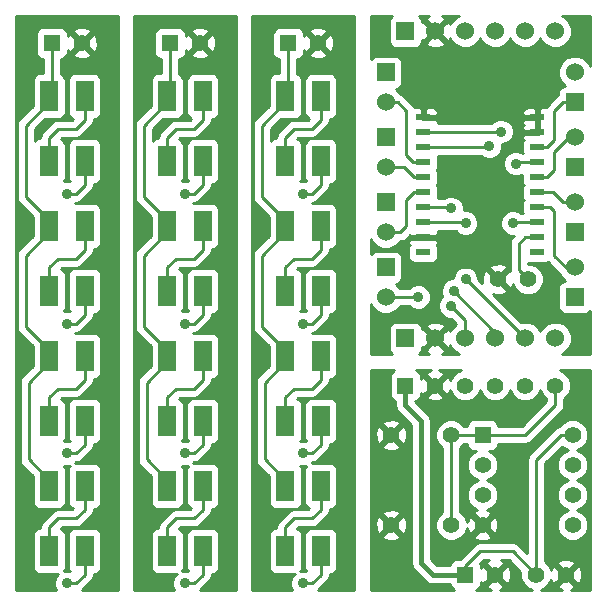
<source format=gtl>
G04 (created by PCBNEW (2013-04-19 BZR 4011)-stable) date 9/19/2013 12:32:27 AM*
%MOIN*%
G04 Gerber Fmt 3.4, Leading zero omitted, Abs format*
%FSLAX34Y34*%
G01*
G70*
G90*
G04 APERTURE LIST*
%ADD10C,0.00393701*%
%ADD11R,0.055X0.055*%
%ADD12C,0.055*%
%ADD13R,0.0590551X0.102362*%
%ADD14R,0.06X0.06*%
%ADD15C,0.06*%
%ADD16R,0.05X0.02*%
%ADD17C,0.035*%
%ADD18C,0.01*%
%ADD19C,0.015748*%
G04 APERTURE END LIST*
G54D10*
G54D11*
X83751Y-34645D03*
G54D12*
X84751Y-34645D03*
G54D13*
X83661Y-36417D03*
X84842Y-36417D03*
X83661Y-38582D03*
X84842Y-38582D03*
X83661Y-40748D03*
X84842Y-40748D03*
X83661Y-42913D03*
X84842Y-42913D03*
X83661Y-45078D03*
X84842Y-45078D03*
X83661Y-47244D03*
X84842Y-47244D03*
X83661Y-49409D03*
X84842Y-49409D03*
X83661Y-51574D03*
X84842Y-51574D03*
G54D11*
X79814Y-34645D03*
G54D12*
X80814Y-34645D03*
G54D13*
X79724Y-36417D03*
X80905Y-36417D03*
X79724Y-38582D03*
X80905Y-38582D03*
X79724Y-40748D03*
X80905Y-40748D03*
X79724Y-42913D03*
X80905Y-42913D03*
X79724Y-45078D03*
X80905Y-45078D03*
X79724Y-47244D03*
X80905Y-47244D03*
X79724Y-49409D03*
X80905Y-49409D03*
X79724Y-51574D03*
X80905Y-51574D03*
G54D11*
X75877Y-34645D03*
G54D12*
X76877Y-34645D03*
G54D13*
X75787Y-36417D03*
X76968Y-36417D03*
X75787Y-38582D03*
X76968Y-38582D03*
X75787Y-40748D03*
X76968Y-40748D03*
X75787Y-42913D03*
X76968Y-42913D03*
X75787Y-45078D03*
X76968Y-45078D03*
X75787Y-47244D03*
X76968Y-47244D03*
X75787Y-49409D03*
X76968Y-49409D03*
X75787Y-51574D03*
X76968Y-51574D03*
G54D12*
X87188Y-47712D03*
X89188Y-47712D03*
X87188Y-50712D03*
X89188Y-50712D03*
G54D11*
X87657Y-46062D03*
G54D12*
X88657Y-46062D03*
X89657Y-46062D03*
X90657Y-46062D03*
X91657Y-46062D03*
X92657Y-46062D03*
G54D11*
X89657Y-52362D03*
G54D12*
X90657Y-52362D03*
G54D11*
X90232Y-47712D03*
G54D12*
X90232Y-48712D03*
X90232Y-49712D03*
X90232Y-50712D03*
X93232Y-50712D03*
X93232Y-49712D03*
X93232Y-48712D03*
X93232Y-47712D03*
X92019Y-52362D03*
X93019Y-52362D03*
G54D14*
X93307Y-43118D03*
G54D15*
X93307Y-42118D03*
G54D14*
X93307Y-40952D03*
G54D15*
X93307Y-39952D03*
G54D14*
X93307Y-38787D03*
G54D15*
X93307Y-37787D03*
G54D14*
X93307Y-36622D03*
G54D15*
X93307Y-35622D03*
G54D14*
X87007Y-35622D03*
G54D15*
X87007Y-36622D03*
G54D14*
X87007Y-37787D03*
G54D15*
X87007Y-38787D03*
G54D14*
X87007Y-39952D03*
G54D15*
X87007Y-40952D03*
G54D14*
X87007Y-42118D03*
G54D15*
X87007Y-43118D03*
G54D14*
X87657Y-44488D03*
G54D15*
X88657Y-44488D03*
X89657Y-44488D03*
X90657Y-44488D03*
X91657Y-44488D03*
X92657Y-44488D03*
G54D14*
X87657Y-34251D03*
G54D15*
X88657Y-34251D03*
X89657Y-34251D03*
X90657Y-34251D03*
X91657Y-34251D03*
X92657Y-34251D03*
G54D12*
X90740Y-42519D03*
X91740Y-42519D03*
G54D16*
X88257Y-37120D03*
X88257Y-37620D03*
X88257Y-38120D03*
X88257Y-38620D03*
X88257Y-39120D03*
X88257Y-39620D03*
X88257Y-40120D03*
X88257Y-40620D03*
X88257Y-41120D03*
X88257Y-41620D03*
X92057Y-41620D03*
X92057Y-41120D03*
X92057Y-40620D03*
X92057Y-40120D03*
X92057Y-39620D03*
X92057Y-39120D03*
X92057Y-38620D03*
X92057Y-38120D03*
X92057Y-37620D03*
X92057Y-37120D03*
G54D17*
X90846Y-37598D03*
X89665Y-42519D03*
X91240Y-40649D03*
X89173Y-43405D03*
X89665Y-40649D03*
X90452Y-38090D03*
X89271Y-42913D03*
X91338Y-38661D03*
X84251Y-39665D03*
X80314Y-39665D03*
X76377Y-39665D03*
X84251Y-43996D03*
X80314Y-43996D03*
X76377Y-43996D03*
X84251Y-48326D03*
X80314Y-48326D03*
X76377Y-48326D03*
X89173Y-40157D03*
X88090Y-43110D03*
X84251Y-52657D03*
X80314Y-52657D03*
X76377Y-52657D03*
G54D18*
X88257Y-37620D02*
X90824Y-37620D01*
X90824Y-37620D02*
X90846Y-37598D01*
X91657Y-44488D02*
X91633Y-44488D01*
X91633Y-44488D02*
X89665Y-42519D01*
X90232Y-47712D02*
X89188Y-47712D01*
X89188Y-47712D02*
X89188Y-50712D01*
X90232Y-47712D02*
X91657Y-47712D01*
X92657Y-46712D02*
X92657Y-46062D01*
X91657Y-47712D02*
X92657Y-46712D01*
X89657Y-44488D02*
X89657Y-43889D01*
X91269Y-40620D02*
X92057Y-40620D01*
X91240Y-40649D02*
X91269Y-40620D01*
X89657Y-43889D02*
X89173Y-43405D01*
X89635Y-40620D02*
X88257Y-40620D01*
X89665Y-40649D02*
X89635Y-40620D01*
X88257Y-38120D02*
X90423Y-38120D01*
X90423Y-38120D02*
X90452Y-38090D01*
X90657Y-44488D02*
X90657Y-44299D01*
X90657Y-44299D02*
X89271Y-42913D01*
X84842Y-49409D02*
X84842Y-50196D01*
X83661Y-50787D02*
X83661Y-51574D01*
X83956Y-50492D02*
X83661Y-50787D01*
X84547Y-50492D02*
X83956Y-50492D01*
X84842Y-50196D02*
X84547Y-50492D01*
X80905Y-49409D02*
X80905Y-50196D01*
X79724Y-50787D02*
X79724Y-51574D01*
X80019Y-50492D02*
X79724Y-50787D01*
X80610Y-50492D02*
X80019Y-50492D01*
X80905Y-50196D02*
X80610Y-50492D01*
X76968Y-49409D02*
X76968Y-50196D01*
X75787Y-50787D02*
X75787Y-51574D01*
X76082Y-50492D02*
X75787Y-50787D01*
X76673Y-50492D02*
X76082Y-50492D01*
X76968Y-50196D02*
X76673Y-50492D01*
X91338Y-38661D02*
X91379Y-38620D01*
X92057Y-38620D02*
X91379Y-38620D01*
X92057Y-40120D02*
X92482Y-40120D01*
X93003Y-42118D02*
X93307Y-42118D01*
X92618Y-41732D02*
X93003Y-42118D01*
X92618Y-40255D02*
X92618Y-41732D01*
X92482Y-40120D02*
X92618Y-40255D01*
X84842Y-36417D02*
X84842Y-37204D01*
X83661Y-37795D02*
X83661Y-38582D01*
X83956Y-37500D02*
X83661Y-37795D01*
X84547Y-37500D02*
X83956Y-37500D01*
X84842Y-37204D02*
X84547Y-37500D01*
X80905Y-36417D02*
X80905Y-37204D01*
X79724Y-37795D02*
X79724Y-38582D01*
X80019Y-37500D02*
X79724Y-37795D01*
X80610Y-37500D02*
X80019Y-37500D01*
X80905Y-37204D02*
X80610Y-37500D01*
X76968Y-36417D02*
X76968Y-37204D01*
X75787Y-37795D02*
X75787Y-38582D01*
X76082Y-37500D02*
X75787Y-37795D01*
X76673Y-37500D02*
X76082Y-37500D01*
X76968Y-37204D02*
X76673Y-37500D01*
X92057Y-39620D02*
X92572Y-39620D01*
X92905Y-39952D02*
X93307Y-39952D01*
X92572Y-39620D02*
X92905Y-39952D01*
X84842Y-39370D02*
X84842Y-38582D01*
X84842Y-39370D02*
X84547Y-39665D01*
X84547Y-39665D02*
X84251Y-39665D01*
X80905Y-39370D02*
X80905Y-38582D01*
X80905Y-39370D02*
X80610Y-39665D01*
X80610Y-39665D02*
X80314Y-39665D01*
X76968Y-39370D02*
X76968Y-38582D01*
X76968Y-39370D02*
X76673Y-39665D01*
X76673Y-39665D02*
X76377Y-39665D01*
X92057Y-39120D02*
X92375Y-39120D01*
X93118Y-37787D02*
X93307Y-37787D01*
X92618Y-38287D02*
X93118Y-37787D01*
X92618Y-38877D02*
X92618Y-38287D01*
X92375Y-39120D02*
X92618Y-38877D01*
X84842Y-40748D02*
X84842Y-41535D01*
X83661Y-42125D02*
X83661Y-42913D01*
X83956Y-41830D02*
X83661Y-42125D01*
X84547Y-41830D02*
X83956Y-41830D01*
X84842Y-41535D02*
X84547Y-41830D01*
X80905Y-40748D02*
X80905Y-41535D01*
X79724Y-42125D02*
X79724Y-42913D01*
X80019Y-41830D02*
X79724Y-42125D01*
X80610Y-41830D02*
X80019Y-41830D01*
X80905Y-41535D02*
X80610Y-41830D01*
X76968Y-40748D02*
X76968Y-41535D01*
X75787Y-42125D02*
X75787Y-42913D01*
X76082Y-41830D02*
X75787Y-42125D01*
X76673Y-41830D02*
X76082Y-41830D01*
X76968Y-41535D02*
X76673Y-41830D01*
X88257Y-38620D02*
X87931Y-38620D01*
X87409Y-36622D02*
X87007Y-36622D01*
X87696Y-36909D02*
X87409Y-36622D01*
X87696Y-38385D02*
X87696Y-36909D01*
X87931Y-38620D02*
X87696Y-38385D01*
X84842Y-42913D02*
X84842Y-43700D01*
X84547Y-43996D02*
X84251Y-43996D01*
X84842Y-43700D02*
X84547Y-43996D01*
X80905Y-42913D02*
X80905Y-43700D01*
X80610Y-43996D02*
X80314Y-43996D01*
X80905Y-43700D02*
X80610Y-43996D01*
X76968Y-42913D02*
X76968Y-43700D01*
X76673Y-43996D02*
X76377Y-43996D01*
X76968Y-43700D02*
X76673Y-43996D01*
X88257Y-39620D02*
X87938Y-39620D01*
X87492Y-40952D02*
X87007Y-40952D01*
X87696Y-40748D02*
X87492Y-40952D01*
X87696Y-39862D02*
X87696Y-40748D01*
X87938Y-39620D02*
X87696Y-39862D01*
X84842Y-45078D02*
X84842Y-45866D01*
X83661Y-46456D02*
X83661Y-47244D01*
X83956Y-46161D02*
X83661Y-46456D01*
X84547Y-46161D02*
X83956Y-46161D01*
X84842Y-45866D02*
X84547Y-46161D01*
X80905Y-45078D02*
X80905Y-45866D01*
X79724Y-46456D02*
X79724Y-47244D01*
X80019Y-46161D02*
X79724Y-46456D01*
X80610Y-46161D02*
X80019Y-46161D01*
X80905Y-45866D02*
X80610Y-46161D01*
X76968Y-45078D02*
X76968Y-45866D01*
X75787Y-46456D02*
X75787Y-47244D01*
X76082Y-46161D02*
X75787Y-46456D01*
X76673Y-46161D02*
X76082Y-46161D01*
X76968Y-45866D02*
X76673Y-46161D01*
X84842Y-47244D02*
X84842Y-48031D01*
X84547Y-48326D02*
X84251Y-48326D01*
X84842Y-48031D02*
X84547Y-48326D01*
X80905Y-47244D02*
X80905Y-48031D01*
X80610Y-48326D02*
X80314Y-48326D01*
X80905Y-48031D02*
X80610Y-48326D01*
X76968Y-47244D02*
X76968Y-48031D01*
X76673Y-48326D02*
X76377Y-48326D01*
X76968Y-48031D02*
X76673Y-48326D01*
X88257Y-40120D02*
X89135Y-40120D01*
X89135Y-40120D02*
X89173Y-40157D01*
X88082Y-43118D02*
X87007Y-43118D01*
X88090Y-43110D02*
X88082Y-43118D01*
X84842Y-51574D02*
X84842Y-52362D01*
X84547Y-52657D02*
X84251Y-52657D01*
X84842Y-52362D02*
X84547Y-52657D01*
X80905Y-51574D02*
X80905Y-52362D01*
X80610Y-52657D02*
X80314Y-52657D01*
X80905Y-52362D02*
X80610Y-52657D01*
X76968Y-51574D02*
X76968Y-52362D01*
X76673Y-52657D02*
X76377Y-52657D01*
X76968Y-52362D02*
X76673Y-52657D01*
X88257Y-39120D02*
X87938Y-39120D01*
X87606Y-38787D02*
X87007Y-38787D01*
X87938Y-39120D02*
X87606Y-38787D01*
X83661Y-45078D02*
X83661Y-45275D01*
X83661Y-49212D02*
X83661Y-49409D01*
X82972Y-48523D02*
X83661Y-49212D01*
X82972Y-45964D02*
X82972Y-48523D01*
X83661Y-45275D02*
X82972Y-45964D01*
X83661Y-40748D02*
X83661Y-40944D01*
X83661Y-44881D02*
X83661Y-45078D01*
X82874Y-44094D02*
X83661Y-44881D01*
X82874Y-43897D02*
X82874Y-44094D01*
X82874Y-41732D02*
X82874Y-43897D01*
X83661Y-40944D02*
X82874Y-41732D01*
X83661Y-36417D02*
X83661Y-36614D01*
X83661Y-40551D02*
X83661Y-40748D01*
X82874Y-39763D02*
X83661Y-40551D01*
X82874Y-37401D02*
X82874Y-39763D01*
X83661Y-36614D02*
X82874Y-37401D01*
X83751Y-36326D02*
X83661Y-36417D01*
X83751Y-34645D02*
X83751Y-36326D01*
X79724Y-45078D02*
X79724Y-45275D01*
X79724Y-49212D02*
X79724Y-49409D01*
X79035Y-48523D02*
X79724Y-49212D01*
X79035Y-45964D02*
X79035Y-48523D01*
X79724Y-45275D02*
X79035Y-45964D01*
X79724Y-40748D02*
X79724Y-40944D01*
X79724Y-44881D02*
X79724Y-45078D01*
X78937Y-44094D02*
X79724Y-44881D01*
X78937Y-43897D02*
X78937Y-44094D01*
X78937Y-41732D02*
X78937Y-43897D01*
X79724Y-40944D02*
X78937Y-41732D01*
X79724Y-36417D02*
X79724Y-36614D01*
X79724Y-40551D02*
X79724Y-40748D01*
X78937Y-39763D02*
X79724Y-40551D01*
X78937Y-37401D02*
X78937Y-39763D01*
X79724Y-36614D02*
X78937Y-37401D01*
X79814Y-36326D02*
X79724Y-36417D01*
X79814Y-34645D02*
X79814Y-36326D01*
X75787Y-45078D02*
X75787Y-45275D01*
X75787Y-49212D02*
X75787Y-49409D01*
X75098Y-48523D02*
X75787Y-49212D01*
X75098Y-45964D02*
X75098Y-48523D01*
X75787Y-45275D02*
X75098Y-45964D01*
X75787Y-40748D02*
X75787Y-40944D01*
X75787Y-44881D02*
X75787Y-45078D01*
X75000Y-44094D02*
X75787Y-44881D01*
X75000Y-43897D02*
X75000Y-44094D01*
X75000Y-41732D02*
X75000Y-43897D01*
X75787Y-40944D02*
X75000Y-41732D01*
X75787Y-36417D02*
X75787Y-36614D01*
X75787Y-40551D02*
X75787Y-40748D01*
X75000Y-39763D02*
X75787Y-40551D01*
X75000Y-37401D02*
X75000Y-39763D01*
X75787Y-36614D02*
X75000Y-37401D01*
X75877Y-36326D02*
X75787Y-36417D01*
X75877Y-34645D02*
X75877Y-36326D01*
G54D19*
X89657Y-52362D02*
X88582Y-52362D01*
X88582Y-52362D02*
X88188Y-51968D01*
X88188Y-51968D02*
X88188Y-47244D01*
X88188Y-47244D02*
X87657Y-46712D01*
X87657Y-46712D02*
X87657Y-46062D01*
G54D18*
X92019Y-52362D02*
X92019Y-48531D01*
X92838Y-47712D02*
X93232Y-47712D01*
X92019Y-48531D02*
X92838Y-47712D01*
X89657Y-52362D02*
X89657Y-52074D01*
X91232Y-51574D02*
X92019Y-52362D01*
X90157Y-51574D02*
X91232Y-51574D01*
X89657Y-52074D02*
X90157Y-51574D01*
X91437Y-42224D02*
X91444Y-42224D01*
X91437Y-42224D02*
X91437Y-41338D01*
X91437Y-41338D02*
X91655Y-41120D01*
X92057Y-41120D02*
X91655Y-41120D01*
X91444Y-42224D02*
X91740Y-42519D01*
X91740Y-42519D02*
X91732Y-42519D01*
X92057Y-38120D02*
X92391Y-38120D01*
X92391Y-38120D02*
X92618Y-37893D01*
X92618Y-37893D02*
X92618Y-36909D01*
X92618Y-36909D02*
X92905Y-36622D01*
X92905Y-36622D02*
X93307Y-36622D01*
G54D10*
G36*
X85950Y-52879D02*
X84743Y-52879D01*
X84759Y-52869D01*
X85054Y-52574D01*
X85119Y-52477D01*
X85142Y-52362D01*
X85142Y-52362D01*
X85142Y-52336D01*
X85187Y-52336D01*
X85279Y-52298D01*
X85349Y-52228D01*
X85387Y-52136D01*
X85387Y-52037D01*
X85387Y-51013D01*
X85349Y-50921D01*
X85279Y-50851D01*
X85187Y-50813D01*
X85088Y-50812D01*
X84497Y-50812D01*
X84405Y-50850D01*
X84335Y-50921D01*
X84297Y-51013D01*
X84297Y-51112D01*
X84297Y-52136D01*
X84335Y-52228D01*
X84341Y-52234D01*
X84336Y-52232D01*
X84167Y-52232D01*
X84162Y-52234D01*
X84168Y-52228D01*
X84206Y-52136D01*
X84206Y-52037D01*
X84206Y-51013D01*
X84168Y-50921D01*
X84098Y-50851D01*
X84044Y-50828D01*
X84080Y-50792D01*
X84547Y-50792D01*
X84547Y-50792D01*
X84662Y-50769D01*
X84662Y-50769D01*
X84759Y-50704D01*
X85054Y-50408D01*
X85119Y-50311D01*
X85142Y-50196D01*
X85142Y-50196D01*
X85142Y-50171D01*
X85187Y-50171D01*
X85279Y-50133D01*
X85349Y-50063D01*
X85387Y-49971D01*
X85387Y-49871D01*
X85387Y-48848D01*
X85349Y-48756D01*
X85279Y-48685D01*
X85187Y-48647D01*
X85088Y-48647D01*
X84532Y-48647D01*
X84554Y-48625D01*
X84662Y-48603D01*
X84662Y-48603D01*
X84759Y-48538D01*
X85054Y-48243D01*
X85119Y-48146D01*
X85142Y-48031D01*
X85142Y-48031D01*
X85142Y-48005D01*
X85187Y-48005D01*
X85279Y-47967D01*
X85349Y-47897D01*
X85387Y-47805D01*
X85387Y-47706D01*
X85387Y-46682D01*
X85349Y-46590D01*
X85279Y-46520D01*
X85187Y-46482D01*
X85088Y-46482D01*
X84497Y-46482D01*
X84405Y-46520D01*
X84335Y-46590D01*
X84297Y-46682D01*
X84297Y-46781D01*
X84297Y-47805D01*
X84335Y-47897D01*
X84341Y-47903D01*
X84336Y-47901D01*
X84167Y-47901D01*
X84162Y-47904D01*
X84168Y-47897D01*
X84206Y-47805D01*
X84206Y-47706D01*
X84206Y-46682D01*
X84168Y-46590D01*
X84098Y-46520D01*
X84044Y-46497D01*
X84080Y-46461D01*
X84547Y-46461D01*
X84547Y-46461D01*
X84662Y-46438D01*
X84662Y-46438D01*
X84759Y-46373D01*
X85054Y-46078D01*
X85119Y-45980D01*
X85142Y-45866D01*
X85142Y-45866D01*
X85142Y-45840D01*
X85187Y-45840D01*
X85279Y-45802D01*
X85349Y-45732D01*
X85387Y-45640D01*
X85387Y-45541D01*
X85387Y-44517D01*
X85349Y-44425D01*
X85279Y-44355D01*
X85187Y-44316D01*
X85088Y-44316D01*
X84532Y-44316D01*
X84554Y-44294D01*
X84662Y-44273D01*
X84662Y-44273D01*
X84759Y-44208D01*
X85054Y-43912D01*
X85119Y-43815D01*
X85142Y-43700D01*
X85142Y-43700D01*
X85142Y-43675D01*
X85187Y-43675D01*
X85279Y-43637D01*
X85349Y-43566D01*
X85387Y-43475D01*
X85387Y-43375D01*
X85387Y-42352D01*
X85349Y-42260D01*
X85279Y-42189D01*
X85187Y-42151D01*
X85088Y-42151D01*
X84497Y-42151D01*
X84405Y-42189D01*
X84335Y-42259D01*
X84297Y-42351D01*
X84297Y-42451D01*
X84297Y-43474D01*
X84335Y-43566D01*
X84341Y-43573D01*
X84336Y-43571D01*
X84167Y-43570D01*
X84162Y-43573D01*
X84168Y-43566D01*
X84206Y-43475D01*
X84206Y-43375D01*
X84206Y-42352D01*
X84168Y-42260D01*
X84098Y-42189D01*
X84044Y-42167D01*
X84080Y-42130D01*
X84547Y-42130D01*
X84547Y-42130D01*
X84662Y-42107D01*
X84662Y-42107D01*
X84759Y-42042D01*
X85054Y-41747D01*
X85119Y-41650D01*
X85142Y-41535D01*
X85142Y-41535D01*
X85142Y-41509D01*
X85187Y-41509D01*
X85279Y-41471D01*
X85349Y-41401D01*
X85387Y-41309D01*
X85387Y-41210D01*
X85387Y-40186D01*
X85349Y-40094D01*
X85279Y-40024D01*
X85187Y-39986D01*
X85088Y-39986D01*
X84532Y-39986D01*
X84554Y-39963D01*
X84662Y-39942D01*
X84662Y-39942D01*
X84759Y-39877D01*
X85054Y-39582D01*
X85119Y-39484D01*
X85142Y-39370D01*
X85142Y-39370D01*
X85142Y-39344D01*
X85187Y-39344D01*
X85279Y-39306D01*
X85349Y-39236D01*
X85387Y-39144D01*
X85387Y-39044D01*
X85387Y-38021D01*
X85349Y-37929D01*
X85279Y-37859D01*
X85187Y-37820D01*
X85088Y-37820D01*
X84497Y-37820D01*
X84405Y-37858D01*
X84335Y-37929D01*
X84297Y-38020D01*
X84297Y-38120D01*
X84297Y-39143D01*
X84335Y-39235D01*
X84341Y-39242D01*
X84336Y-39240D01*
X84167Y-39240D01*
X84162Y-39242D01*
X84168Y-39236D01*
X84206Y-39144D01*
X84206Y-39044D01*
X84206Y-38021D01*
X84168Y-37929D01*
X84098Y-37859D01*
X84044Y-37836D01*
X84080Y-37800D01*
X84547Y-37800D01*
X84547Y-37799D01*
X84662Y-37777D01*
X84662Y-37777D01*
X84759Y-37712D01*
X85054Y-37416D01*
X85119Y-37319D01*
X85142Y-37204D01*
X85142Y-37204D01*
X85142Y-37179D01*
X85187Y-37179D01*
X85279Y-37141D01*
X85349Y-37070D01*
X85387Y-36979D01*
X85387Y-36879D01*
X85387Y-35856D01*
X85349Y-35764D01*
X85281Y-35695D01*
X85281Y-34721D01*
X85270Y-34512D01*
X85212Y-34372D01*
X85119Y-34348D01*
X85049Y-34419D01*
X85049Y-34277D01*
X85024Y-34185D01*
X84827Y-34115D01*
X84619Y-34127D01*
X84479Y-34185D01*
X84454Y-34277D01*
X84751Y-34574D01*
X85049Y-34277D01*
X85049Y-34419D01*
X84822Y-34645D01*
X85119Y-34942D01*
X85212Y-34918D01*
X85281Y-34721D01*
X85281Y-35695D01*
X85279Y-35693D01*
X85187Y-35655D01*
X85088Y-35655D01*
X85049Y-35655D01*
X85049Y-35013D01*
X84751Y-34716D01*
X84454Y-35013D01*
X84479Y-35106D01*
X84676Y-35175D01*
X84884Y-35164D01*
X85024Y-35106D01*
X85049Y-35013D01*
X85049Y-35655D01*
X84497Y-35655D01*
X84405Y-35693D01*
X84335Y-35763D01*
X84297Y-35855D01*
X84297Y-35955D01*
X84297Y-36978D01*
X84335Y-37070D01*
X84405Y-37140D01*
X84459Y-37163D01*
X84422Y-37200D01*
X83956Y-37200D01*
X83841Y-37222D01*
X83744Y-37287D01*
X83449Y-37583D01*
X83384Y-37680D01*
X83361Y-37795D01*
X83361Y-37820D01*
X83316Y-37820D01*
X83224Y-37858D01*
X83174Y-37909D01*
X83174Y-37525D01*
X83520Y-37179D01*
X84006Y-37179D01*
X84098Y-37141D01*
X84168Y-37070D01*
X84206Y-36979D01*
X84206Y-36879D01*
X84206Y-35856D01*
X84168Y-35764D01*
X84098Y-35693D01*
X84051Y-35674D01*
X84051Y-35170D01*
X84076Y-35170D01*
X84168Y-35132D01*
X84238Y-35062D01*
X84276Y-34970D01*
X84277Y-34883D01*
X84291Y-34918D01*
X84384Y-34942D01*
X84681Y-34645D01*
X84384Y-34348D01*
X84291Y-34372D01*
X84277Y-34413D01*
X84277Y-34321D01*
X84239Y-34229D01*
X84168Y-34158D01*
X84076Y-34120D01*
X83977Y-34120D01*
X83427Y-34120D01*
X83335Y-34158D01*
X83265Y-34228D01*
X83227Y-34320D01*
X83226Y-34420D01*
X83226Y-34970D01*
X83264Y-35062D01*
X83335Y-35132D01*
X83427Y-35170D01*
X83451Y-35170D01*
X83451Y-35655D01*
X83316Y-35655D01*
X83224Y-35693D01*
X83154Y-35763D01*
X83116Y-35855D01*
X83116Y-35955D01*
X83116Y-36735D01*
X82661Y-37189D01*
X82596Y-37286D01*
X82574Y-37401D01*
X82574Y-39763D01*
X82596Y-39878D01*
X82661Y-39975D01*
X83116Y-40430D01*
X83116Y-41065D01*
X82661Y-41520D01*
X82596Y-41617D01*
X82574Y-41732D01*
X82574Y-43897D01*
X82574Y-44094D01*
X82596Y-44209D01*
X82661Y-44306D01*
X83116Y-44760D01*
X83116Y-45396D01*
X82760Y-45752D01*
X82695Y-45849D01*
X82672Y-45964D01*
X82672Y-48523D01*
X82695Y-48638D01*
X82760Y-48735D01*
X83116Y-49091D01*
X83116Y-49970D01*
X83154Y-50062D01*
X83224Y-50133D01*
X83316Y-50171D01*
X83415Y-50171D01*
X84006Y-50171D01*
X84098Y-50133D01*
X84168Y-50063D01*
X84206Y-49971D01*
X84206Y-49871D01*
X84206Y-48848D01*
X84168Y-48756D01*
X84162Y-48749D01*
X84167Y-48751D01*
X84336Y-48751D01*
X84341Y-48749D01*
X84335Y-48755D01*
X84297Y-48847D01*
X84297Y-48947D01*
X84297Y-49970D01*
X84335Y-50062D01*
X84405Y-50133D01*
X84459Y-50155D01*
X84422Y-50192D01*
X83956Y-50192D01*
X83841Y-50214D01*
X83744Y-50279D01*
X83449Y-50575D01*
X83384Y-50672D01*
X83361Y-50787D01*
X83361Y-50812D01*
X83316Y-50812D01*
X83224Y-50850D01*
X83154Y-50921D01*
X83116Y-51013D01*
X83116Y-51112D01*
X83116Y-52136D01*
X83154Y-52228D01*
X83224Y-52298D01*
X83316Y-52336D01*
X83415Y-52336D01*
X83971Y-52336D01*
X83891Y-52416D01*
X83827Y-52572D01*
X83826Y-52741D01*
X83884Y-52879D01*
X82553Y-52879D01*
X82553Y-33734D01*
X85950Y-33734D01*
X85950Y-52879D01*
X85950Y-52879D01*
G37*
G54D18*
X85950Y-52879D02*
X84743Y-52879D01*
X84759Y-52869D01*
X85054Y-52574D01*
X85119Y-52477D01*
X85142Y-52362D01*
X85142Y-52362D01*
X85142Y-52336D01*
X85187Y-52336D01*
X85279Y-52298D01*
X85349Y-52228D01*
X85387Y-52136D01*
X85387Y-52037D01*
X85387Y-51013D01*
X85349Y-50921D01*
X85279Y-50851D01*
X85187Y-50813D01*
X85088Y-50812D01*
X84497Y-50812D01*
X84405Y-50850D01*
X84335Y-50921D01*
X84297Y-51013D01*
X84297Y-51112D01*
X84297Y-52136D01*
X84335Y-52228D01*
X84341Y-52234D01*
X84336Y-52232D01*
X84167Y-52232D01*
X84162Y-52234D01*
X84168Y-52228D01*
X84206Y-52136D01*
X84206Y-52037D01*
X84206Y-51013D01*
X84168Y-50921D01*
X84098Y-50851D01*
X84044Y-50828D01*
X84080Y-50792D01*
X84547Y-50792D01*
X84547Y-50792D01*
X84662Y-50769D01*
X84662Y-50769D01*
X84759Y-50704D01*
X85054Y-50408D01*
X85119Y-50311D01*
X85142Y-50196D01*
X85142Y-50196D01*
X85142Y-50171D01*
X85187Y-50171D01*
X85279Y-50133D01*
X85349Y-50063D01*
X85387Y-49971D01*
X85387Y-49871D01*
X85387Y-48848D01*
X85349Y-48756D01*
X85279Y-48685D01*
X85187Y-48647D01*
X85088Y-48647D01*
X84532Y-48647D01*
X84554Y-48625D01*
X84662Y-48603D01*
X84662Y-48603D01*
X84759Y-48538D01*
X85054Y-48243D01*
X85119Y-48146D01*
X85142Y-48031D01*
X85142Y-48031D01*
X85142Y-48005D01*
X85187Y-48005D01*
X85279Y-47967D01*
X85349Y-47897D01*
X85387Y-47805D01*
X85387Y-47706D01*
X85387Y-46682D01*
X85349Y-46590D01*
X85279Y-46520D01*
X85187Y-46482D01*
X85088Y-46482D01*
X84497Y-46482D01*
X84405Y-46520D01*
X84335Y-46590D01*
X84297Y-46682D01*
X84297Y-46781D01*
X84297Y-47805D01*
X84335Y-47897D01*
X84341Y-47903D01*
X84336Y-47901D01*
X84167Y-47901D01*
X84162Y-47904D01*
X84168Y-47897D01*
X84206Y-47805D01*
X84206Y-47706D01*
X84206Y-46682D01*
X84168Y-46590D01*
X84098Y-46520D01*
X84044Y-46497D01*
X84080Y-46461D01*
X84547Y-46461D01*
X84547Y-46461D01*
X84662Y-46438D01*
X84662Y-46438D01*
X84759Y-46373D01*
X85054Y-46078D01*
X85119Y-45980D01*
X85142Y-45866D01*
X85142Y-45866D01*
X85142Y-45840D01*
X85187Y-45840D01*
X85279Y-45802D01*
X85349Y-45732D01*
X85387Y-45640D01*
X85387Y-45541D01*
X85387Y-44517D01*
X85349Y-44425D01*
X85279Y-44355D01*
X85187Y-44316D01*
X85088Y-44316D01*
X84532Y-44316D01*
X84554Y-44294D01*
X84662Y-44273D01*
X84662Y-44273D01*
X84759Y-44208D01*
X85054Y-43912D01*
X85119Y-43815D01*
X85142Y-43700D01*
X85142Y-43700D01*
X85142Y-43675D01*
X85187Y-43675D01*
X85279Y-43637D01*
X85349Y-43566D01*
X85387Y-43475D01*
X85387Y-43375D01*
X85387Y-42352D01*
X85349Y-42260D01*
X85279Y-42189D01*
X85187Y-42151D01*
X85088Y-42151D01*
X84497Y-42151D01*
X84405Y-42189D01*
X84335Y-42259D01*
X84297Y-42351D01*
X84297Y-42451D01*
X84297Y-43474D01*
X84335Y-43566D01*
X84341Y-43573D01*
X84336Y-43571D01*
X84167Y-43570D01*
X84162Y-43573D01*
X84168Y-43566D01*
X84206Y-43475D01*
X84206Y-43375D01*
X84206Y-42352D01*
X84168Y-42260D01*
X84098Y-42189D01*
X84044Y-42167D01*
X84080Y-42130D01*
X84547Y-42130D01*
X84547Y-42130D01*
X84662Y-42107D01*
X84662Y-42107D01*
X84759Y-42042D01*
X85054Y-41747D01*
X85119Y-41650D01*
X85142Y-41535D01*
X85142Y-41535D01*
X85142Y-41509D01*
X85187Y-41509D01*
X85279Y-41471D01*
X85349Y-41401D01*
X85387Y-41309D01*
X85387Y-41210D01*
X85387Y-40186D01*
X85349Y-40094D01*
X85279Y-40024D01*
X85187Y-39986D01*
X85088Y-39986D01*
X84532Y-39986D01*
X84554Y-39963D01*
X84662Y-39942D01*
X84662Y-39942D01*
X84759Y-39877D01*
X85054Y-39582D01*
X85119Y-39484D01*
X85142Y-39370D01*
X85142Y-39370D01*
X85142Y-39344D01*
X85187Y-39344D01*
X85279Y-39306D01*
X85349Y-39236D01*
X85387Y-39144D01*
X85387Y-39044D01*
X85387Y-38021D01*
X85349Y-37929D01*
X85279Y-37859D01*
X85187Y-37820D01*
X85088Y-37820D01*
X84497Y-37820D01*
X84405Y-37858D01*
X84335Y-37929D01*
X84297Y-38020D01*
X84297Y-38120D01*
X84297Y-39143D01*
X84335Y-39235D01*
X84341Y-39242D01*
X84336Y-39240D01*
X84167Y-39240D01*
X84162Y-39242D01*
X84168Y-39236D01*
X84206Y-39144D01*
X84206Y-39044D01*
X84206Y-38021D01*
X84168Y-37929D01*
X84098Y-37859D01*
X84044Y-37836D01*
X84080Y-37800D01*
X84547Y-37800D01*
X84547Y-37799D01*
X84662Y-37777D01*
X84662Y-37777D01*
X84759Y-37712D01*
X85054Y-37416D01*
X85119Y-37319D01*
X85142Y-37204D01*
X85142Y-37204D01*
X85142Y-37179D01*
X85187Y-37179D01*
X85279Y-37141D01*
X85349Y-37070D01*
X85387Y-36979D01*
X85387Y-36879D01*
X85387Y-35856D01*
X85349Y-35764D01*
X85281Y-35695D01*
X85281Y-34721D01*
X85270Y-34512D01*
X85212Y-34372D01*
X85119Y-34348D01*
X85049Y-34419D01*
X85049Y-34277D01*
X85024Y-34185D01*
X84827Y-34115D01*
X84619Y-34127D01*
X84479Y-34185D01*
X84454Y-34277D01*
X84751Y-34574D01*
X85049Y-34277D01*
X85049Y-34419D01*
X84822Y-34645D01*
X85119Y-34942D01*
X85212Y-34918D01*
X85281Y-34721D01*
X85281Y-35695D01*
X85279Y-35693D01*
X85187Y-35655D01*
X85088Y-35655D01*
X85049Y-35655D01*
X85049Y-35013D01*
X84751Y-34716D01*
X84454Y-35013D01*
X84479Y-35106D01*
X84676Y-35175D01*
X84884Y-35164D01*
X85024Y-35106D01*
X85049Y-35013D01*
X85049Y-35655D01*
X84497Y-35655D01*
X84405Y-35693D01*
X84335Y-35763D01*
X84297Y-35855D01*
X84297Y-35955D01*
X84297Y-36978D01*
X84335Y-37070D01*
X84405Y-37140D01*
X84459Y-37163D01*
X84422Y-37200D01*
X83956Y-37200D01*
X83841Y-37222D01*
X83744Y-37287D01*
X83449Y-37583D01*
X83384Y-37680D01*
X83361Y-37795D01*
X83361Y-37820D01*
X83316Y-37820D01*
X83224Y-37858D01*
X83174Y-37909D01*
X83174Y-37525D01*
X83520Y-37179D01*
X84006Y-37179D01*
X84098Y-37141D01*
X84168Y-37070D01*
X84206Y-36979D01*
X84206Y-36879D01*
X84206Y-35856D01*
X84168Y-35764D01*
X84098Y-35693D01*
X84051Y-35674D01*
X84051Y-35170D01*
X84076Y-35170D01*
X84168Y-35132D01*
X84238Y-35062D01*
X84276Y-34970D01*
X84277Y-34883D01*
X84291Y-34918D01*
X84384Y-34942D01*
X84681Y-34645D01*
X84384Y-34348D01*
X84291Y-34372D01*
X84277Y-34413D01*
X84277Y-34321D01*
X84239Y-34229D01*
X84168Y-34158D01*
X84076Y-34120D01*
X83977Y-34120D01*
X83427Y-34120D01*
X83335Y-34158D01*
X83265Y-34228D01*
X83227Y-34320D01*
X83226Y-34420D01*
X83226Y-34970D01*
X83264Y-35062D01*
X83335Y-35132D01*
X83427Y-35170D01*
X83451Y-35170D01*
X83451Y-35655D01*
X83316Y-35655D01*
X83224Y-35693D01*
X83154Y-35763D01*
X83116Y-35855D01*
X83116Y-35955D01*
X83116Y-36735D01*
X82661Y-37189D01*
X82596Y-37286D01*
X82574Y-37401D01*
X82574Y-39763D01*
X82596Y-39878D01*
X82661Y-39975D01*
X83116Y-40430D01*
X83116Y-41065D01*
X82661Y-41520D01*
X82596Y-41617D01*
X82574Y-41732D01*
X82574Y-43897D01*
X82574Y-44094D01*
X82596Y-44209D01*
X82661Y-44306D01*
X83116Y-44760D01*
X83116Y-45396D01*
X82760Y-45752D01*
X82695Y-45849D01*
X82672Y-45964D01*
X82672Y-48523D01*
X82695Y-48638D01*
X82760Y-48735D01*
X83116Y-49091D01*
X83116Y-49970D01*
X83154Y-50062D01*
X83224Y-50133D01*
X83316Y-50171D01*
X83415Y-50171D01*
X84006Y-50171D01*
X84098Y-50133D01*
X84168Y-50063D01*
X84206Y-49971D01*
X84206Y-49871D01*
X84206Y-48848D01*
X84168Y-48756D01*
X84162Y-48749D01*
X84167Y-48751D01*
X84336Y-48751D01*
X84341Y-48749D01*
X84335Y-48755D01*
X84297Y-48847D01*
X84297Y-48947D01*
X84297Y-49970D01*
X84335Y-50062D01*
X84405Y-50133D01*
X84459Y-50155D01*
X84422Y-50192D01*
X83956Y-50192D01*
X83841Y-50214D01*
X83744Y-50279D01*
X83449Y-50575D01*
X83384Y-50672D01*
X83361Y-50787D01*
X83361Y-50812D01*
X83316Y-50812D01*
X83224Y-50850D01*
X83154Y-50921D01*
X83116Y-51013D01*
X83116Y-51112D01*
X83116Y-52136D01*
X83154Y-52228D01*
X83224Y-52298D01*
X83316Y-52336D01*
X83415Y-52336D01*
X83971Y-52336D01*
X83891Y-52416D01*
X83827Y-52572D01*
X83826Y-52741D01*
X83884Y-52879D01*
X82553Y-52879D01*
X82553Y-33734D01*
X85950Y-33734D01*
X85950Y-52879D01*
G54D10*
G36*
X82013Y-52879D02*
X80806Y-52879D01*
X80822Y-52869D01*
X81117Y-52574D01*
X81182Y-52477D01*
X81205Y-52362D01*
X81205Y-52362D01*
X81205Y-52336D01*
X81250Y-52336D01*
X81342Y-52298D01*
X81412Y-52228D01*
X81450Y-52136D01*
X81450Y-52037D01*
X81450Y-51013D01*
X81412Y-50921D01*
X81342Y-50851D01*
X81250Y-50813D01*
X81151Y-50812D01*
X80560Y-50812D01*
X80468Y-50850D01*
X80398Y-50921D01*
X80360Y-51013D01*
X80360Y-51112D01*
X80360Y-52136D01*
X80398Y-52228D01*
X80404Y-52234D01*
X80399Y-52232D01*
X80230Y-52232D01*
X80225Y-52234D01*
X80231Y-52228D01*
X80269Y-52136D01*
X80269Y-52037D01*
X80269Y-51013D01*
X80231Y-50921D01*
X80161Y-50851D01*
X80107Y-50828D01*
X80143Y-50792D01*
X80610Y-50792D01*
X80610Y-50792D01*
X80725Y-50769D01*
X80725Y-50769D01*
X80822Y-50704D01*
X81117Y-50408D01*
X81182Y-50311D01*
X81205Y-50196D01*
X81205Y-50196D01*
X81205Y-50171D01*
X81250Y-50171D01*
X81342Y-50133D01*
X81412Y-50063D01*
X81450Y-49971D01*
X81450Y-49871D01*
X81450Y-48848D01*
X81412Y-48756D01*
X81342Y-48685D01*
X81250Y-48647D01*
X81151Y-48647D01*
X80595Y-48647D01*
X80617Y-48625D01*
X80725Y-48603D01*
X80725Y-48603D01*
X80822Y-48538D01*
X81117Y-48243D01*
X81182Y-48146D01*
X81205Y-48031D01*
X81205Y-48031D01*
X81205Y-48005D01*
X81250Y-48005D01*
X81342Y-47967D01*
X81412Y-47897D01*
X81450Y-47805D01*
X81450Y-47706D01*
X81450Y-46682D01*
X81412Y-46590D01*
X81342Y-46520D01*
X81250Y-46482D01*
X81151Y-46482D01*
X80560Y-46482D01*
X80468Y-46520D01*
X80398Y-46590D01*
X80360Y-46682D01*
X80360Y-46781D01*
X80360Y-47805D01*
X80398Y-47897D01*
X80404Y-47903D01*
X80399Y-47901D01*
X80230Y-47901D01*
X80225Y-47904D01*
X80231Y-47897D01*
X80269Y-47805D01*
X80269Y-47706D01*
X80269Y-46682D01*
X80231Y-46590D01*
X80161Y-46520D01*
X80107Y-46497D01*
X80143Y-46461D01*
X80610Y-46461D01*
X80610Y-46461D01*
X80725Y-46438D01*
X80725Y-46438D01*
X80822Y-46373D01*
X81117Y-46078D01*
X81182Y-45980D01*
X81205Y-45866D01*
X81205Y-45866D01*
X81205Y-45840D01*
X81250Y-45840D01*
X81342Y-45802D01*
X81412Y-45732D01*
X81450Y-45640D01*
X81450Y-45541D01*
X81450Y-44517D01*
X81412Y-44425D01*
X81342Y-44355D01*
X81250Y-44316D01*
X81151Y-44316D01*
X80595Y-44316D01*
X80617Y-44294D01*
X80725Y-44273D01*
X80725Y-44273D01*
X80822Y-44208D01*
X81117Y-43912D01*
X81182Y-43815D01*
X81205Y-43700D01*
X81205Y-43700D01*
X81205Y-43675D01*
X81250Y-43675D01*
X81342Y-43637D01*
X81412Y-43566D01*
X81450Y-43475D01*
X81450Y-43375D01*
X81450Y-42352D01*
X81412Y-42260D01*
X81342Y-42189D01*
X81250Y-42151D01*
X81151Y-42151D01*
X80560Y-42151D01*
X80468Y-42189D01*
X80398Y-42259D01*
X80360Y-42351D01*
X80360Y-42451D01*
X80360Y-43474D01*
X80398Y-43566D01*
X80404Y-43573D01*
X80399Y-43571D01*
X80230Y-43570D01*
X80225Y-43573D01*
X80231Y-43566D01*
X80269Y-43475D01*
X80269Y-43375D01*
X80269Y-42352D01*
X80231Y-42260D01*
X80161Y-42189D01*
X80107Y-42167D01*
X80143Y-42130D01*
X80610Y-42130D01*
X80610Y-42130D01*
X80725Y-42107D01*
X80725Y-42107D01*
X80822Y-42042D01*
X81117Y-41747D01*
X81182Y-41650D01*
X81205Y-41535D01*
X81205Y-41535D01*
X81205Y-41509D01*
X81250Y-41509D01*
X81342Y-41471D01*
X81412Y-41401D01*
X81450Y-41309D01*
X81450Y-41210D01*
X81450Y-40186D01*
X81412Y-40094D01*
X81342Y-40024D01*
X81250Y-39986D01*
X81151Y-39986D01*
X80595Y-39986D01*
X80617Y-39963D01*
X80725Y-39942D01*
X80725Y-39942D01*
X80822Y-39877D01*
X81117Y-39582D01*
X81182Y-39484D01*
X81205Y-39370D01*
X81205Y-39370D01*
X81205Y-39344D01*
X81250Y-39344D01*
X81342Y-39306D01*
X81412Y-39236D01*
X81450Y-39144D01*
X81450Y-39044D01*
X81450Y-38021D01*
X81412Y-37929D01*
X81342Y-37859D01*
X81250Y-37820D01*
X81151Y-37820D01*
X80560Y-37820D01*
X80468Y-37858D01*
X80398Y-37929D01*
X80360Y-38020D01*
X80360Y-38120D01*
X80360Y-39143D01*
X80398Y-39235D01*
X80404Y-39242D01*
X80399Y-39240D01*
X80230Y-39240D01*
X80225Y-39242D01*
X80231Y-39236D01*
X80269Y-39144D01*
X80269Y-39044D01*
X80269Y-38021D01*
X80231Y-37929D01*
X80161Y-37859D01*
X80107Y-37836D01*
X80143Y-37800D01*
X80610Y-37800D01*
X80610Y-37799D01*
X80725Y-37777D01*
X80725Y-37777D01*
X80822Y-37712D01*
X81117Y-37416D01*
X81182Y-37319D01*
X81205Y-37204D01*
X81205Y-37204D01*
X81205Y-37179D01*
X81250Y-37179D01*
X81342Y-37141D01*
X81412Y-37070D01*
X81450Y-36979D01*
X81450Y-36879D01*
X81450Y-35856D01*
X81412Y-35764D01*
X81344Y-35695D01*
X81344Y-34721D01*
X81333Y-34512D01*
X81275Y-34372D01*
X81182Y-34348D01*
X81112Y-34419D01*
X81112Y-34277D01*
X81087Y-34185D01*
X80890Y-34115D01*
X80682Y-34127D01*
X80542Y-34185D01*
X80517Y-34277D01*
X80814Y-34574D01*
X81112Y-34277D01*
X81112Y-34419D01*
X80885Y-34645D01*
X81182Y-34942D01*
X81275Y-34918D01*
X81344Y-34721D01*
X81344Y-35695D01*
X81342Y-35693D01*
X81250Y-35655D01*
X81151Y-35655D01*
X81112Y-35655D01*
X81112Y-35013D01*
X80814Y-34716D01*
X80517Y-35013D01*
X80542Y-35106D01*
X80739Y-35175D01*
X80947Y-35164D01*
X81087Y-35106D01*
X81112Y-35013D01*
X81112Y-35655D01*
X80560Y-35655D01*
X80468Y-35693D01*
X80398Y-35763D01*
X80360Y-35855D01*
X80360Y-35955D01*
X80360Y-36978D01*
X80398Y-37070D01*
X80468Y-37140D01*
X80522Y-37163D01*
X80485Y-37200D01*
X80019Y-37200D01*
X79904Y-37222D01*
X79807Y-37287D01*
X79512Y-37583D01*
X79447Y-37680D01*
X79424Y-37795D01*
X79424Y-37820D01*
X79379Y-37820D01*
X79287Y-37858D01*
X79237Y-37909D01*
X79237Y-37525D01*
X79583Y-37179D01*
X80069Y-37179D01*
X80161Y-37141D01*
X80231Y-37070D01*
X80269Y-36979D01*
X80269Y-36879D01*
X80269Y-35856D01*
X80231Y-35764D01*
X80161Y-35693D01*
X80114Y-35674D01*
X80114Y-35170D01*
X80139Y-35170D01*
X80231Y-35132D01*
X80301Y-35062D01*
X80339Y-34970D01*
X80339Y-34883D01*
X80354Y-34918D01*
X80447Y-34942D01*
X80744Y-34645D01*
X80447Y-34348D01*
X80354Y-34372D01*
X80340Y-34413D01*
X80340Y-34321D01*
X80302Y-34229D01*
X80231Y-34158D01*
X80139Y-34120D01*
X80040Y-34120D01*
X79490Y-34120D01*
X79398Y-34158D01*
X79328Y-34228D01*
X79290Y-34320D01*
X79289Y-34420D01*
X79289Y-34970D01*
X79327Y-35062D01*
X79398Y-35132D01*
X79490Y-35170D01*
X79514Y-35170D01*
X79514Y-35655D01*
X79379Y-35655D01*
X79287Y-35693D01*
X79217Y-35763D01*
X79179Y-35855D01*
X79179Y-35955D01*
X79179Y-36735D01*
X78724Y-37189D01*
X78659Y-37286D01*
X78637Y-37401D01*
X78637Y-39763D01*
X78659Y-39878D01*
X78724Y-39975D01*
X79179Y-40430D01*
X79179Y-41065D01*
X78724Y-41520D01*
X78659Y-41617D01*
X78637Y-41732D01*
X78637Y-43897D01*
X78637Y-44094D01*
X78659Y-44209D01*
X78724Y-44306D01*
X79179Y-44760D01*
X79179Y-45396D01*
X78823Y-45752D01*
X78758Y-45849D01*
X78735Y-45964D01*
X78735Y-48523D01*
X78758Y-48638D01*
X78823Y-48735D01*
X79179Y-49091D01*
X79179Y-49970D01*
X79217Y-50062D01*
X79287Y-50133D01*
X79379Y-50171D01*
X79478Y-50171D01*
X80069Y-50171D01*
X80161Y-50133D01*
X80231Y-50063D01*
X80269Y-49971D01*
X80269Y-49871D01*
X80269Y-48848D01*
X80231Y-48756D01*
X80225Y-48749D01*
X80230Y-48751D01*
X80399Y-48751D01*
X80404Y-48749D01*
X80398Y-48755D01*
X80360Y-48847D01*
X80360Y-48947D01*
X80360Y-49970D01*
X80398Y-50062D01*
X80468Y-50133D01*
X80522Y-50155D01*
X80485Y-50192D01*
X80019Y-50192D01*
X79904Y-50214D01*
X79807Y-50279D01*
X79512Y-50575D01*
X79447Y-50672D01*
X79424Y-50787D01*
X79424Y-50812D01*
X79379Y-50812D01*
X79287Y-50850D01*
X79217Y-50921D01*
X79179Y-51013D01*
X79179Y-51112D01*
X79179Y-52136D01*
X79217Y-52228D01*
X79287Y-52298D01*
X79379Y-52336D01*
X79478Y-52336D01*
X80034Y-52336D01*
X79954Y-52416D01*
X79890Y-52572D01*
X79889Y-52741D01*
X79947Y-52879D01*
X78616Y-52879D01*
X78616Y-33734D01*
X82013Y-33734D01*
X82013Y-52879D01*
X82013Y-52879D01*
G37*
G54D18*
X82013Y-52879D02*
X80806Y-52879D01*
X80822Y-52869D01*
X81117Y-52574D01*
X81182Y-52477D01*
X81205Y-52362D01*
X81205Y-52362D01*
X81205Y-52336D01*
X81250Y-52336D01*
X81342Y-52298D01*
X81412Y-52228D01*
X81450Y-52136D01*
X81450Y-52037D01*
X81450Y-51013D01*
X81412Y-50921D01*
X81342Y-50851D01*
X81250Y-50813D01*
X81151Y-50812D01*
X80560Y-50812D01*
X80468Y-50850D01*
X80398Y-50921D01*
X80360Y-51013D01*
X80360Y-51112D01*
X80360Y-52136D01*
X80398Y-52228D01*
X80404Y-52234D01*
X80399Y-52232D01*
X80230Y-52232D01*
X80225Y-52234D01*
X80231Y-52228D01*
X80269Y-52136D01*
X80269Y-52037D01*
X80269Y-51013D01*
X80231Y-50921D01*
X80161Y-50851D01*
X80107Y-50828D01*
X80143Y-50792D01*
X80610Y-50792D01*
X80610Y-50792D01*
X80725Y-50769D01*
X80725Y-50769D01*
X80822Y-50704D01*
X81117Y-50408D01*
X81182Y-50311D01*
X81205Y-50196D01*
X81205Y-50196D01*
X81205Y-50171D01*
X81250Y-50171D01*
X81342Y-50133D01*
X81412Y-50063D01*
X81450Y-49971D01*
X81450Y-49871D01*
X81450Y-48848D01*
X81412Y-48756D01*
X81342Y-48685D01*
X81250Y-48647D01*
X81151Y-48647D01*
X80595Y-48647D01*
X80617Y-48625D01*
X80725Y-48603D01*
X80725Y-48603D01*
X80822Y-48538D01*
X81117Y-48243D01*
X81182Y-48146D01*
X81205Y-48031D01*
X81205Y-48031D01*
X81205Y-48005D01*
X81250Y-48005D01*
X81342Y-47967D01*
X81412Y-47897D01*
X81450Y-47805D01*
X81450Y-47706D01*
X81450Y-46682D01*
X81412Y-46590D01*
X81342Y-46520D01*
X81250Y-46482D01*
X81151Y-46482D01*
X80560Y-46482D01*
X80468Y-46520D01*
X80398Y-46590D01*
X80360Y-46682D01*
X80360Y-46781D01*
X80360Y-47805D01*
X80398Y-47897D01*
X80404Y-47903D01*
X80399Y-47901D01*
X80230Y-47901D01*
X80225Y-47904D01*
X80231Y-47897D01*
X80269Y-47805D01*
X80269Y-47706D01*
X80269Y-46682D01*
X80231Y-46590D01*
X80161Y-46520D01*
X80107Y-46497D01*
X80143Y-46461D01*
X80610Y-46461D01*
X80610Y-46461D01*
X80725Y-46438D01*
X80725Y-46438D01*
X80822Y-46373D01*
X81117Y-46078D01*
X81182Y-45980D01*
X81205Y-45866D01*
X81205Y-45866D01*
X81205Y-45840D01*
X81250Y-45840D01*
X81342Y-45802D01*
X81412Y-45732D01*
X81450Y-45640D01*
X81450Y-45541D01*
X81450Y-44517D01*
X81412Y-44425D01*
X81342Y-44355D01*
X81250Y-44316D01*
X81151Y-44316D01*
X80595Y-44316D01*
X80617Y-44294D01*
X80725Y-44273D01*
X80725Y-44273D01*
X80822Y-44208D01*
X81117Y-43912D01*
X81182Y-43815D01*
X81205Y-43700D01*
X81205Y-43700D01*
X81205Y-43675D01*
X81250Y-43675D01*
X81342Y-43637D01*
X81412Y-43566D01*
X81450Y-43475D01*
X81450Y-43375D01*
X81450Y-42352D01*
X81412Y-42260D01*
X81342Y-42189D01*
X81250Y-42151D01*
X81151Y-42151D01*
X80560Y-42151D01*
X80468Y-42189D01*
X80398Y-42259D01*
X80360Y-42351D01*
X80360Y-42451D01*
X80360Y-43474D01*
X80398Y-43566D01*
X80404Y-43573D01*
X80399Y-43571D01*
X80230Y-43570D01*
X80225Y-43573D01*
X80231Y-43566D01*
X80269Y-43475D01*
X80269Y-43375D01*
X80269Y-42352D01*
X80231Y-42260D01*
X80161Y-42189D01*
X80107Y-42167D01*
X80143Y-42130D01*
X80610Y-42130D01*
X80610Y-42130D01*
X80725Y-42107D01*
X80725Y-42107D01*
X80822Y-42042D01*
X81117Y-41747D01*
X81182Y-41650D01*
X81205Y-41535D01*
X81205Y-41535D01*
X81205Y-41509D01*
X81250Y-41509D01*
X81342Y-41471D01*
X81412Y-41401D01*
X81450Y-41309D01*
X81450Y-41210D01*
X81450Y-40186D01*
X81412Y-40094D01*
X81342Y-40024D01*
X81250Y-39986D01*
X81151Y-39986D01*
X80595Y-39986D01*
X80617Y-39963D01*
X80725Y-39942D01*
X80725Y-39942D01*
X80822Y-39877D01*
X81117Y-39582D01*
X81182Y-39484D01*
X81205Y-39370D01*
X81205Y-39370D01*
X81205Y-39344D01*
X81250Y-39344D01*
X81342Y-39306D01*
X81412Y-39236D01*
X81450Y-39144D01*
X81450Y-39044D01*
X81450Y-38021D01*
X81412Y-37929D01*
X81342Y-37859D01*
X81250Y-37820D01*
X81151Y-37820D01*
X80560Y-37820D01*
X80468Y-37858D01*
X80398Y-37929D01*
X80360Y-38020D01*
X80360Y-38120D01*
X80360Y-39143D01*
X80398Y-39235D01*
X80404Y-39242D01*
X80399Y-39240D01*
X80230Y-39240D01*
X80225Y-39242D01*
X80231Y-39236D01*
X80269Y-39144D01*
X80269Y-39044D01*
X80269Y-38021D01*
X80231Y-37929D01*
X80161Y-37859D01*
X80107Y-37836D01*
X80143Y-37800D01*
X80610Y-37800D01*
X80610Y-37799D01*
X80725Y-37777D01*
X80725Y-37777D01*
X80822Y-37712D01*
X81117Y-37416D01*
X81182Y-37319D01*
X81205Y-37204D01*
X81205Y-37204D01*
X81205Y-37179D01*
X81250Y-37179D01*
X81342Y-37141D01*
X81412Y-37070D01*
X81450Y-36979D01*
X81450Y-36879D01*
X81450Y-35856D01*
X81412Y-35764D01*
X81344Y-35695D01*
X81344Y-34721D01*
X81333Y-34512D01*
X81275Y-34372D01*
X81182Y-34348D01*
X81112Y-34419D01*
X81112Y-34277D01*
X81087Y-34185D01*
X80890Y-34115D01*
X80682Y-34127D01*
X80542Y-34185D01*
X80517Y-34277D01*
X80814Y-34574D01*
X81112Y-34277D01*
X81112Y-34419D01*
X80885Y-34645D01*
X81182Y-34942D01*
X81275Y-34918D01*
X81344Y-34721D01*
X81344Y-35695D01*
X81342Y-35693D01*
X81250Y-35655D01*
X81151Y-35655D01*
X81112Y-35655D01*
X81112Y-35013D01*
X80814Y-34716D01*
X80517Y-35013D01*
X80542Y-35106D01*
X80739Y-35175D01*
X80947Y-35164D01*
X81087Y-35106D01*
X81112Y-35013D01*
X81112Y-35655D01*
X80560Y-35655D01*
X80468Y-35693D01*
X80398Y-35763D01*
X80360Y-35855D01*
X80360Y-35955D01*
X80360Y-36978D01*
X80398Y-37070D01*
X80468Y-37140D01*
X80522Y-37163D01*
X80485Y-37200D01*
X80019Y-37200D01*
X79904Y-37222D01*
X79807Y-37287D01*
X79512Y-37583D01*
X79447Y-37680D01*
X79424Y-37795D01*
X79424Y-37820D01*
X79379Y-37820D01*
X79287Y-37858D01*
X79237Y-37909D01*
X79237Y-37525D01*
X79583Y-37179D01*
X80069Y-37179D01*
X80161Y-37141D01*
X80231Y-37070D01*
X80269Y-36979D01*
X80269Y-36879D01*
X80269Y-35856D01*
X80231Y-35764D01*
X80161Y-35693D01*
X80114Y-35674D01*
X80114Y-35170D01*
X80139Y-35170D01*
X80231Y-35132D01*
X80301Y-35062D01*
X80339Y-34970D01*
X80339Y-34883D01*
X80354Y-34918D01*
X80447Y-34942D01*
X80744Y-34645D01*
X80447Y-34348D01*
X80354Y-34372D01*
X80340Y-34413D01*
X80340Y-34321D01*
X80302Y-34229D01*
X80231Y-34158D01*
X80139Y-34120D01*
X80040Y-34120D01*
X79490Y-34120D01*
X79398Y-34158D01*
X79328Y-34228D01*
X79290Y-34320D01*
X79289Y-34420D01*
X79289Y-34970D01*
X79327Y-35062D01*
X79398Y-35132D01*
X79490Y-35170D01*
X79514Y-35170D01*
X79514Y-35655D01*
X79379Y-35655D01*
X79287Y-35693D01*
X79217Y-35763D01*
X79179Y-35855D01*
X79179Y-35955D01*
X79179Y-36735D01*
X78724Y-37189D01*
X78659Y-37286D01*
X78637Y-37401D01*
X78637Y-39763D01*
X78659Y-39878D01*
X78724Y-39975D01*
X79179Y-40430D01*
X79179Y-41065D01*
X78724Y-41520D01*
X78659Y-41617D01*
X78637Y-41732D01*
X78637Y-43897D01*
X78637Y-44094D01*
X78659Y-44209D01*
X78724Y-44306D01*
X79179Y-44760D01*
X79179Y-45396D01*
X78823Y-45752D01*
X78758Y-45849D01*
X78735Y-45964D01*
X78735Y-48523D01*
X78758Y-48638D01*
X78823Y-48735D01*
X79179Y-49091D01*
X79179Y-49970D01*
X79217Y-50062D01*
X79287Y-50133D01*
X79379Y-50171D01*
X79478Y-50171D01*
X80069Y-50171D01*
X80161Y-50133D01*
X80231Y-50063D01*
X80269Y-49971D01*
X80269Y-49871D01*
X80269Y-48848D01*
X80231Y-48756D01*
X80225Y-48749D01*
X80230Y-48751D01*
X80399Y-48751D01*
X80404Y-48749D01*
X80398Y-48755D01*
X80360Y-48847D01*
X80360Y-48947D01*
X80360Y-49970D01*
X80398Y-50062D01*
X80468Y-50133D01*
X80522Y-50155D01*
X80485Y-50192D01*
X80019Y-50192D01*
X79904Y-50214D01*
X79807Y-50279D01*
X79512Y-50575D01*
X79447Y-50672D01*
X79424Y-50787D01*
X79424Y-50812D01*
X79379Y-50812D01*
X79287Y-50850D01*
X79217Y-50921D01*
X79179Y-51013D01*
X79179Y-51112D01*
X79179Y-52136D01*
X79217Y-52228D01*
X79287Y-52298D01*
X79379Y-52336D01*
X79478Y-52336D01*
X80034Y-52336D01*
X79954Y-52416D01*
X79890Y-52572D01*
X79889Y-52741D01*
X79947Y-52879D01*
X78616Y-52879D01*
X78616Y-33734D01*
X82013Y-33734D01*
X82013Y-52879D01*
G54D10*
G36*
X78076Y-52879D02*
X76869Y-52879D01*
X76885Y-52869D01*
X77180Y-52574D01*
X77245Y-52477D01*
X77268Y-52362D01*
X77268Y-52362D01*
X77268Y-52336D01*
X77313Y-52336D01*
X77405Y-52298D01*
X77475Y-52228D01*
X77513Y-52136D01*
X77513Y-52037D01*
X77513Y-51013D01*
X77475Y-50921D01*
X77405Y-50851D01*
X77313Y-50813D01*
X77214Y-50812D01*
X76623Y-50812D01*
X76531Y-50850D01*
X76461Y-50921D01*
X76423Y-51013D01*
X76423Y-51112D01*
X76423Y-52136D01*
X76461Y-52228D01*
X76467Y-52234D01*
X76462Y-52232D01*
X76293Y-52232D01*
X76288Y-52234D01*
X76294Y-52228D01*
X76332Y-52136D01*
X76332Y-52037D01*
X76332Y-51013D01*
X76294Y-50921D01*
X76224Y-50851D01*
X76170Y-50828D01*
X76206Y-50792D01*
X76673Y-50792D01*
X76673Y-50792D01*
X76788Y-50769D01*
X76788Y-50769D01*
X76885Y-50704D01*
X77180Y-50408D01*
X77245Y-50311D01*
X77268Y-50196D01*
X77268Y-50196D01*
X77268Y-50171D01*
X77313Y-50171D01*
X77405Y-50133D01*
X77475Y-50063D01*
X77513Y-49971D01*
X77513Y-49871D01*
X77513Y-48848D01*
X77475Y-48756D01*
X77405Y-48685D01*
X77313Y-48647D01*
X77214Y-48647D01*
X76658Y-48647D01*
X76680Y-48625D01*
X76788Y-48603D01*
X76788Y-48603D01*
X76885Y-48538D01*
X77180Y-48243D01*
X77245Y-48146D01*
X77268Y-48031D01*
X77268Y-48031D01*
X77268Y-48005D01*
X77313Y-48005D01*
X77405Y-47967D01*
X77475Y-47897D01*
X77513Y-47805D01*
X77513Y-47706D01*
X77513Y-46682D01*
X77475Y-46590D01*
X77405Y-46520D01*
X77313Y-46482D01*
X77214Y-46482D01*
X76623Y-46482D01*
X76531Y-46520D01*
X76461Y-46590D01*
X76423Y-46682D01*
X76423Y-46781D01*
X76423Y-47805D01*
X76461Y-47897D01*
X76467Y-47903D01*
X76462Y-47901D01*
X76293Y-47901D01*
X76288Y-47904D01*
X76294Y-47897D01*
X76332Y-47805D01*
X76332Y-47706D01*
X76332Y-46682D01*
X76294Y-46590D01*
X76224Y-46520D01*
X76170Y-46497D01*
X76206Y-46461D01*
X76673Y-46461D01*
X76673Y-46461D01*
X76788Y-46438D01*
X76788Y-46438D01*
X76885Y-46373D01*
X77180Y-46078D01*
X77245Y-45980D01*
X77268Y-45866D01*
X77268Y-45866D01*
X77268Y-45840D01*
X77313Y-45840D01*
X77405Y-45802D01*
X77475Y-45732D01*
X77513Y-45640D01*
X77513Y-45541D01*
X77513Y-44517D01*
X77475Y-44425D01*
X77405Y-44355D01*
X77313Y-44316D01*
X77214Y-44316D01*
X76658Y-44316D01*
X76680Y-44294D01*
X76788Y-44273D01*
X76788Y-44273D01*
X76885Y-44208D01*
X77180Y-43912D01*
X77245Y-43815D01*
X77268Y-43700D01*
X77268Y-43700D01*
X77268Y-43675D01*
X77313Y-43675D01*
X77405Y-43637D01*
X77475Y-43566D01*
X77513Y-43475D01*
X77513Y-43375D01*
X77513Y-42352D01*
X77475Y-42260D01*
X77405Y-42189D01*
X77313Y-42151D01*
X77214Y-42151D01*
X76623Y-42151D01*
X76531Y-42189D01*
X76461Y-42259D01*
X76423Y-42351D01*
X76423Y-42451D01*
X76423Y-43474D01*
X76461Y-43566D01*
X76467Y-43573D01*
X76462Y-43571D01*
X76293Y-43570D01*
X76288Y-43573D01*
X76294Y-43566D01*
X76332Y-43475D01*
X76332Y-43375D01*
X76332Y-42352D01*
X76294Y-42260D01*
X76224Y-42189D01*
X76170Y-42167D01*
X76206Y-42130D01*
X76673Y-42130D01*
X76673Y-42130D01*
X76788Y-42107D01*
X76788Y-42107D01*
X76885Y-42042D01*
X77180Y-41747D01*
X77245Y-41650D01*
X77268Y-41535D01*
X77268Y-41535D01*
X77268Y-41509D01*
X77313Y-41509D01*
X77405Y-41471D01*
X77475Y-41401D01*
X77513Y-41309D01*
X77513Y-41210D01*
X77513Y-40186D01*
X77475Y-40094D01*
X77405Y-40024D01*
X77313Y-39986D01*
X77214Y-39986D01*
X76658Y-39986D01*
X76680Y-39963D01*
X76788Y-39942D01*
X76788Y-39942D01*
X76885Y-39877D01*
X77180Y-39582D01*
X77245Y-39484D01*
X77268Y-39370D01*
X77268Y-39370D01*
X77268Y-39344D01*
X77313Y-39344D01*
X77405Y-39306D01*
X77475Y-39236D01*
X77513Y-39144D01*
X77513Y-39044D01*
X77513Y-38021D01*
X77475Y-37929D01*
X77405Y-37859D01*
X77313Y-37820D01*
X77214Y-37820D01*
X76623Y-37820D01*
X76531Y-37858D01*
X76461Y-37929D01*
X76423Y-38020D01*
X76423Y-38120D01*
X76423Y-39143D01*
X76461Y-39235D01*
X76467Y-39242D01*
X76462Y-39240D01*
X76293Y-39240D01*
X76288Y-39242D01*
X76294Y-39236D01*
X76332Y-39144D01*
X76332Y-39044D01*
X76332Y-38021D01*
X76294Y-37929D01*
X76224Y-37859D01*
X76170Y-37836D01*
X76206Y-37800D01*
X76673Y-37800D01*
X76673Y-37799D01*
X76788Y-37777D01*
X76788Y-37777D01*
X76885Y-37712D01*
X77180Y-37416D01*
X77245Y-37319D01*
X77268Y-37204D01*
X77268Y-37204D01*
X77268Y-37179D01*
X77313Y-37179D01*
X77405Y-37141D01*
X77475Y-37070D01*
X77513Y-36979D01*
X77513Y-36879D01*
X77513Y-35856D01*
X77475Y-35764D01*
X77407Y-35695D01*
X77407Y-34721D01*
X77396Y-34512D01*
X77338Y-34372D01*
X77245Y-34348D01*
X77175Y-34419D01*
X77175Y-34277D01*
X77150Y-34185D01*
X76953Y-34115D01*
X76745Y-34127D01*
X76605Y-34185D01*
X76580Y-34277D01*
X76877Y-34574D01*
X77175Y-34277D01*
X77175Y-34419D01*
X76948Y-34645D01*
X77245Y-34942D01*
X77338Y-34918D01*
X77407Y-34721D01*
X77407Y-35695D01*
X77405Y-35693D01*
X77313Y-35655D01*
X77214Y-35655D01*
X77175Y-35655D01*
X77175Y-35013D01*
X76877Y-34716D01*
X76580Y-35013D01*
X76605Y-35106D01*
X76802Y-35175D01*
X77010Y-35164D01*
X77150Y-35106D01*
X77175Y-35013D01*
X77175Y-35655D01*
X76623Y-35655D01*
X76531Y-35693D01*
X76461Y-35763D01*
X76423Y-35855D01*
X76423Y-35955D01*
X76423Y-36978D01*
X76461Y-37070D01*
X76531Y-37140D01*
X76585Y-37163D01*
X76548Y-37200D01*
X76082Y-37200D01*
X75967Y-37222D01*
X75870Y-37287D01*
X75575Y-37583D01*
X75510Y-37680D01*
X75487Y-37795D01*
X75487Y-37820D01*
X75442Y-37820D01*
X75350Y-37858D01*
X75300Y-37909D01*
X75300Y-37525D01*
X75646Y-37179D01*
X76132Y-37179D01*
X76224Y-37141D01*
X76294Y-37070D01*
X76332Y-36979D01*
X76332Y-36879D01*
X76332Y-35856D01*
X76294Y-35764D01*
X76224Y-35693D01*
X76177Y-35674D01*
X76177Y-35170D01*
X76202Y-35170D01*
X76294Y-35132D01*
X76364Y-35062D01*
X76402Y-34970D01*
X76402Y-34883D01*
X76417Y-34918D01*
X76510Y-34942D01*
X76807Y-34645D01*
X76510Y-34348D01*
X76417Y-34372D01*
X76402Y-34413D01*
X76402Y-34321D01*
X76365Y-34229D01*
X76294Y-34158D01*
X76202Y-34120D01*
X76103Y-34120D01*
X75553Y-34120D01*
X75461Y-34158D01*
X75391Y-34228D01*
X75352Y-34320D01*
X75352Y-34420D01*
X75352Y-34970D01*
X75390Y-35062D01*
X75461Y-35132D01*
X75553Y-35170D01*
X75577Y-35170D01*
X75577Y-35655D01*
X75442Y-35655D01*
X75350Y-35693D01*
X75280Y-35763D01*
X75242Y-35855D01*
X75242Y-35955D01*
X75242Y-36735D01*
X74787Y-37189D01*
X74722Y-37286D01*
X74700Y-37401D01*
X74700Y-39763D01*
X74722Y-39878D01*
X74787Y-39975D01*
X75242Y-40430D01*
X75242Y-41065D01*
X74787Y-41520D01*
X74722Y-41617D01*
X74700Y-41732D01*
X74700Y-43897D01*
X74700Y-44094D01*
X74722Y-44209D01*
X74787Y-44306D01*
X75242Y-44760D01*
X75242Y-45396D01*
X74886Y-45752D01*
X74821Y-45849D01*
X74798Y-45964D01*
X74798Y-48523D01*
X74821Y-48638D01*
X74886Y-48735D01*
X75242Y-49091D01*
X75242Y-49970D01*
X75280Y-50062D01*
X75350Y-50133D01*
X75442Y-50171D01*
X75541Y-50171D01*
X76132Y-50171D01*
X76224Y-50133D01*
X76294Y-50063D01*
X76332Y-49971D01*
X76332Y-49871D01*
X76332Y-48848D01*
X76294Y-48756D01*
X76288Y-48749D01*
X76293Y-48751D01*
X76462Y-48751D01*
X76467Y-48749D01*
X76461Y-48755D01*
X76423Y-48847D01*
X76423Y-48947D01*
X76423Y-49970D01*
X76461Y-50062D01*
X76531Y-50133D01*
X76585Y-50155D01*
X76548Y-50192D01*
X76082Y-50192D01*
X75967Y-50214D01*
X75870Y-50279D01*
X75575Y-50575D01*
X75510Y-50672D01*
X75487Y-50787D01*
X75487Y-50812D01*
X75442Y-50812D01*
X75350Y-50850D01*
X75280Y-50921D01*
X75242Y-51013D01*
X75242Y-51112D01*
X75242Y-52136D01*
X75280Y-52228D01*
X75350Y-52298D01*
X75442Y-52336D01*
X75541Y-52336D01*
X76097Y-52336D01*
X76017Y-52416D01*
X75953Y-52572D01*
X75952Y-52741D01*
X76010Y-52879D01*
X74679Y-52879D01*
X74679Y-33734D01*
X78076Y-33734D01*
X78076Y-52879D01*
X78076Y-52879D01*
G37*
G54D18*
X78076Y-52879D02*
X76869Y-52879D01*
X76885Y-52869D01*
X77180Y-52574D01*
X77245Y-52477D01*
X77268Y-52362D01*
X77268Y-52362D01*
X77268Y-52336D01*
X77313Y-52336D01*
X77405Y-52298D01*
X77475Y-52228D01*
X77513Y-52136D01*
X77513Y-52037D01*
X77513Y-51013D01*
X77475Y-50921D01*
X77405Y-50851D01*
X77313Y-50813D01*
X77214Y-50812D01*
X76623Y-50812D01*
X76531Y-50850D01*
X76461Y-50921D01*
X76423Y-51013D01*
X76423Y-51112D01*
X76423Y-52136D01*
X76461Y-52228D01*
X76467Y-52234D01*
X76462Y-52232D01*
X76293Y-52232D01*
X76288Y-52234D01*
X76294Y-52228D01*
X76332Y-52136D01*
X76332Y-52037D01*
X76332Y-51013D01*
X76294Y-50921D01*
X76224Y-50851D01*
X76170Y-50828D01*
X76206Y-50792D01*
X76673Y-50792D01*
X76673Y-50792D01*
X76788Y-50769D01*
X76788Y-50769D01*
X76885Y-50704D01*
X77180Y-50408D01*
X77245Y-50311D01*
X77268Y-50196D01*
X77268Y-50196D01*
X77268Y-50171D01*
X77313Y-50171D01*
X77405Y-50133D01*
X77475Y-50063D01*
X77513Y-49971D01*
X77513Y-49871D01*
X77513Y-48848D01*
X77475Y-48756D01*
X77405Y-48685D01*
X77313Y-48647D01*
X77214Y-48647D01*
X76658Y-48647D01*
X76680Y-48625D01*
X76788Y-48603D01*
X76788Y-48603D01*
X76885Y-48538D01*
X77180Y-48243D01*
X77245Y-48146D01*
X77268Y-48031D01*
X77268Y-48031D01*
X77268Y-48005D01*
X77313Y-48005D01*
X77405Y-47967D01*
X77475Y-47897D01*
X77513Y-47805D01*
X77513Y-47706D01*
X77513Y-46682D01*
X77475Y-46590D01*
X77405Y-46520D01*
X77313Y-46482D01*
X77214Y-46482D01*
X76623Y-46482D01*
X76531Y-46520D01*
X76461Y-46590D01*
X76423Y-46682D01*
X76423Y-46781D01*
X76423Y-47805D01*
X76461Y-47897D01*
X76467Y-47903D01*
X76462Y-47901D01*
X76293Y-47901D01*
X76288Y-47904D01*
X76294Y-47897D01*
X76332Y-47805D01*
X76332Y-47706D01*
X76332Y-46682D01*
X76294Y-46590D01*
X76224Y-46520D01*
X76170Y-46497D01*
X76206Y-46461D01*
X76673Y-46461D01*
X76673Y-46461D01*
X76788Y-46438D01*
X76788Y-46438D01*
X76885Y-46373D01*
X77180Y-46078D01*
X77245Y-45980D01*
X77268Y-45866D01*
X77268Y-45866D01*
X77268Y-45840D01*
X77313Y-45840D01*
X77405Y-45802D01*
X77475Y-45732D01*
X77513Y-45640D01*
X77513Y-45541D01*
X77513Y-44517D01*
X77475Y-44425D01*
X77405Y-44355D01*
X77313Y-44316D01*
X77214Y-44316D01*
X76658Y-44316D01*
X76680Y-44294D01*
X76788Y-44273D01*
X76788Y-44273D01*
X76885Y-44208D01*
X77180Y-43912D01*
X77245Y-43815D01*
X77268Y-43700D01*
X77268Y-43700D01*
X77268Y-43675D01*
X77313Y-43675D01*
X77405Y-43637D01*
X77475Y-43566D01*
X77513Y-43475D01*
X77513Y-43375D01*
X77513Y-42352D01*
X77475Y-42260D01*
X77405Y-42189D01*
X77313Y-42151D01*
X77214Y-42151D01*
X76623Y-42151D01*
X76531Y-42189D01*
X76461Y-42259D01*
X76423Y-42351D01*
X76423Y-42451D01*
X76423Y-43474D01*
X76461Y-43566D01*
X76467Y-43573D01*
X76462Y-43571D01*
X76293Y-43570D01*
X76288Y-43573D01*
X76294Y-43566D01*
X76332Y-43475D01*
X76332Y-43375D01*
X76332Y-42352D01*
X76294Y-42260D01*
X76224Y-42189D01*
X76170Y-42167D01*
X76206Y-42130D01*
X76673Y-42130D01*
X76673Y-42130D01*
X76788Y-42107D01*
X76788Y-42107D01*
X76885Y-42042D01*
X77180Y-41747D01*
X77245Y-41650D01*
X77268Y-41535D01*
X77268Y-41535D01*
X77268Y-41509D01*
X77313Y-41509D01*
X77405Y-41471D01*
X77475Y-41401D01*
X77513Y-41309D01*
X77513Y-41210D01*
X77513Y-40186D01*
X77475Y-40094D01*
X77405Y-40024D01*
X77313Y-39986D01*
X77214Y-39986D01*
X76658Y-39986D01*
X76680Y-39963D01*
X76788Y-39942D01*
X76788Y-39942D01*
X76885Y-39877D01*
X77180Y-39582D01*
X77245Y-39484D01*
X77268Y-39370D01*
X77268Y-39370D01*
X77268Y-39344D01*
X77313Y-39344D01*
X77405Y-39306D01*
X77475Y-39236D01*
X77513Y-39144D01*
X77513Y-39044D01*
X77513Y-38021D01*
X77475Y-37929D01*
X77405Y-37859D01*
X77313Y-37820D01*
X77214Y-37820D01*
X76623Y-37820D01*
X76531Y-37858D01*
X76461Y-37929D01*
X76423Y-38020D01*
X76423Y-38120D01*
X76423Y-39143D01*
X76461Y-39235D01*
X76467Y-39242D01*
X76462Y-39240D01*
X76293Y-39240D01*
X76288Y-39242D01*
X76294Y-39236D01*
X76332Y-39144D01*
X76332Y-39044D01*
X76332Y-38021D01*
X76294Y-37929D01*
X76224Y-37859D01*
X76170Y-37836D01*
X76206Y-37800D01*
X76673Y-37800D01*
X76673Y-37799D01*
X76788Y-37777D01*
X76788Y-37777D01*
X76885Y-37712D01*
X77180Y-37416D01*
X77245Y-37319D01*
X77268Y-37204D01*
X77268Y-37204D01*
X77268Y-37179D01*
X77313Y-37179D01*
X77405Y-37141D01*
X77475Y-37070D01*
X77513Y-36979D01*
X77513Y-36879D01*
X77513Y-35856D01*
X77475Y-35764D01*
X77407Y-35695D01*
X77407Y-34721D01*
X77396Y-34512D01*
X77338Y-34372D01*
X77245Y-34348D01*
X77175Y-34419D01*
X77175Y-34277D01*
X77150Y-34185D01*
X76953Y-34115D01*
X76745Y-34127D01*
X76605Y-34185D01*
X76580Y-34277D01*
X76877Y-34574D01*
X77175Y-34277D01*
X77175Y-34419D01*
X76948Y-34645D01*
X77245Y-34942D01*
X77338Y-34918D01*
X77407Y-34721D01*
X77407Y-35695D01*
X77405Y-35693D01*
X77313Y-35655D01*
X77214Y-35655D01*
X77175Y-35655D01*
X77175Y-35013D01*
X76877Y-34716D01*
X76580Y-35013D01*
X76605Y-35106D01*
X76802Y-35175D01*
X77010Y-35164D01*
X77150Y-35106D01*
X77175Y-35013D01*
X77175Y-35655D01*
X76623Y-35655D01*
X76531Y-35693D01*
X76461Y-35763D01*
X76423Y-35855D01*
X76423Y-35955D01*
X76423Y-36978D01*
X76461Y-37070D01*
X76531Y-37140D01*
X76585Y-37163D01*
X76548Y-37200D01*
X76082Y-37200D01*
X75967Y-37222D01*
X75870Y-37287D01*
X75575Y-37583D01*
X75510Y-37680D01*
X75487Y-37795D01*
X75487Y-37820D01*
X75442Y-37820D01*
X75350Y-37858D01*
X75300Y-37909D01*
X75300Y-37525D01*
X75646Y-37179D01*
X76132Y-37179D01*
X76224Y-37141D01*
X76294Y-37070D01*
X76332Y-36979D01*
X76332Y-36879D01*
X76332Y-35856D01*
X76294Y-35764D01*
X76224Y-35693D01*
X76177Y-35674D01*
X76177Y-35170D01*
X76202Y-35170D01*
X76294Y-35132D01*
X76364Y-35062D01*
X76402Y-34970D01*
X76402Y-34883D01*
X76417Y-34918D01*
X76510Y-34942D01*
X76807Y-34645D01*
X76510Y-34348D01*
X76417Y-34372D01*
X76402Y-34413D01*
X76402Y-34321D01*
X76365Y-34229D01*
X76294Y-34158D01*
X76202Y-34120D01*
X76103Y-34120D01*
X75553Y-34120D01*
X75461Y-34158D01*
X75391Y-34228D01*
X75352Y-34320D01*
X75352Y-34420D01*
X75352Y-34970D01*
X75390Y-35062D01*
X75461Y-35132D01*
X75553Y-35170D01*
X75577Y-35170D01*
X75577Y-35655D01*
X75442Y-35655D01*
X75350Y-35693D01*
X75280Y-35763D01*
X75242Y-35855D01*
X75242Y-35955D01*
X75242Y-36735D01*
X74787Y-37189D01*
X74722Y-37286D01*
X74700Y-37401D01*
X74700Y-39763D01*
X74722Y-39878D01*
X74787Y-39975D01*
X75242Y-40430D01*
X75242Y-41065D01*
X74787Y-41520D01*
X74722Y-41617D01*
X74700Y-41732D01*
X74700Y-43897D01*
X74700Y-44094D01*
X74722Y-44209D01*
X74787Y-44306D01*
X75242Y-44760D01*
X75242Y-45396D01*
X74886Y-45752D01*
X74821Y-45849D01*
X74798Y-45964D01*
X74798Y-48523D01*
X74821Y-48638D01*
X74886Y-48735D01*
X75242Y-49091D01*
X75242Y-49970D01*
X75280Y-50062D01*
X75350Y-50133D01*
X75442Y-50171D01*
X75541Y-50171D01*
X76132Y-50171D01*
X76224Y-50133D01*
X76294Y-50063D01*
X76332Y-49971D01*
X76332Y-49871D01*
X76332Y-48848D01*
X76294Y-48756D01*
X76288Y-48749D01*
X76293Y-48751D01*
X76462Y-48751D01*
X76467Y-48749D01*
X76461Y-48755D01*
X76423Y-48847D01*
X76423Y-48947D01*
X76423Y-49970D01*
X76461Y-50062D01*
X76531Y-50133D01*
X76585Y-50155D01*
X76548Y-50192D01*
X76082Y-50192D01*
X75967Y-50214D01*
X75870Y-50279D01*
X75575Y-50575D01*
X75510Y-50672D01*
X75487Y-50787D01*
X75487Y-50812D01*
X75442Y-50812D01*
X75350Y-50850D01*
X75280Y-50921D01*
X75242Y-51013D01*
X75242Y-51112D01*
X75242Y-52136D01*
X75280Y-52228D01*
X75350Y-52298D01*
X75442Y-52336D01*
X75541Y-52336D01*
X76097Y-52336D01*
X76017Y-52416D01*
X75953Y-52572D01*
X75952Y-52741D01*
X76010Y-52879D01*
X74679Y-52879D01*
X74679Y-33734D01*
X78076Y-33734D01*
X78076Y-52879D01*
G54D10*
G36*
X89291Y-52870D02*
X87718Y-52870D01*
X87718Y-50788D01*
X87718Y-47788D01*
X87707Y-47579D01*
X87649Y-47439D01*
X87556Y-47415D01*
X87486Y-47486D01*
X87486Y-47344D01*
X87461Y-47252D01*
X87264Y-47182D01*
X87056Y-47194D01*
X86916Y-47252D01*
X86891Y-47344D01*
X87188Y-47641D01*
X87486Y-47344D01*
X87486Y-47486D01*
X87259Y-47712D01*
X87556Y-48009D01*
X87649Y-47985D01*
X87718Y-47788D01*
X87718Y-50788D01*
X87707Y-50579D01*
X87649Y-50439D01*
X87556Y-50415D01*
X87486Y-50486D01*
X87486Y-50344D01*
X87486Y-48080D01*
X87188Y-47783D01*
X87118Y-47854D01*
X87118Y-47712D01*
X86821Y-47415D01*
X86728Y-47439D01*
X86659Y-47636D01*
X86670Y-47845D01*
X86728Y-47985D01*
X86821Y-48009D01*
X87118Y-47712D01*
X87118Y-47854D01*
X86891Y-48080D01*
X86916Y-48173D01*
X87113Y-48242D01*
X87321Y-48231D01*
X87461Y-48173D01*
X87486Y-48080D01*
X87486Y-50344D01*
X87461Y-50252D01*
X87264Y-50182D01*
X87056Y-50194D01*
X86916Y-50252D01*
X86891Y-50344D01*
X87188Y-50641D01*
X87486Y-50344D01*
X87486Y-50486D01*
X87259Y-50712D01*
X87556Y-51009D01*
X87649Y-50985D01*
X87718Y-50788D01*
X87718Y-52870D01*
X87486Y-52870D01*
X87486Y-51080D01*
X87188Y-50783D01*
X87118Y-50854D01*
X87118Y-50712D01*
X86821Y-50415D01*
X86728Y-50439D01*
X86659Y-50636D01*
X86670Y-50845D01*
X86728Y-50985D01*
X86821Y-51009D01*
X87118Y-50712D01*
X87118Y-50854D01*
X86891Y-51080D01*
X86916Y-51173D01*
X87113Y-51242D01*
X87321Y-51231D01*
X87461Y-51173D01*
X87486Y-51080D01*
X87486Y-52870D01*
X86500Y-52870D01*
X86500Y-45555D01*
X87291Y-45555D01*
X87241Y-45575D01*
X87170Y-45646D01*
X87132Y-45738D01*
X87132Y-45837D01*
X87132Y-46387D01*
X87170Y-46479D01*
X87240Y-46549D01*
X87328Y-46586D01*
X87328Y-46712D01*
X87353Y-46838D01*
X87425Y-46945D01*
X87860Y-47380D01*
X87860Y-51968D01*
X87885Y-52094D01*
X87956Y-52200D01*
X88350Y-52594D01*
X88350Y-52594D01*
X88456Y-52665D01*
X88582Y-52690D01*
X89134Y-52690D01*
X89170Y-52778D01*
X89240Y-52849D01*
X89291Y-52870D01*
X89291Y-52870D01*
G37*
G54D18*
X89291Y-52870D02*
X87718Y-52870D01*
X87718Y-50788D01*
X87718Y-47788D01*
X87707Y-47579D01*
X87649Y-47439D01*
X87556Y-47415D01*
X87486Y-47486D01*
X87486Y-47344D01*
X87461Y-47252D01*
X87264Y-47182D01*
X87056Y-47194D01*
X86916Y-47252D01*
X86891Y-47344D01*
X87188Y-47641D01*
X87486Y-47344D01*
X87486Y-47486D01*
X87259Y-47712D01*
X87556Y-48009D01*
X87649Y-47985D01*
X87718Y-47788D01*
X87718Y-50788D01*
X87707Y-50579D01*
X87649Y-50439D01*
X87556Y-50415D01*
X87486Y-50486D01*
X87486Y-50344D01*
X87486Y-48080D01*
X87188Y-47783D01*
X87118Y-47854D01*
X87118Y-47712D01*
X86821Y-47415D01*
X86728Y-47439D01*
X86659Y-47636D01*
X86670Y-47845D01*
X86728Y-47985D01*
X86821Y-48009D01*
X87118Y-47712D01*
X87118Y-47854D01*
X86891Y-48080D01*
X86916Y-48173D01*
X87113Y-48242D01*
X87321Y-48231D01*
X87461Y-48173D01*
X87486Y-48080D01*
X87486Y-50344D01*
X87461Y-50252D01*
X87264Y-50182D01*
X87056Y-50194D01*
X86916Y-50252D01*
X86891Y-50344D01*
X87188Y-50641D01*
X87486Y-50344D01*
X87486Y-50486D01*
X87259Y-50712D01*
X87556Y-51009D01*
X87649Y-50985D01*
X87718Y-50788D01*
X87718Y-52870D01*
X87486Y-52870D01*
X87486Y-51080D01*
X87188Y-50783D01*
X87118Y-50854D01*
X87118Y-50712D01*
X86821Y-50415D01*
X86728Y-50439D01*
X86659Y-50636D01*
X86670Y-50845D01*
X86728Y-50985D01*
X86821Y-51009D01*
X87118Y-50712D01*
X87118Y-50854D01*
X86891Y-51080D01*
X86916Y-51173D01*
X87113Y-51242D01*
X87321Y-51231D01*
X87461Y-51173D01*
X87486Y-51080D01*
X87486Y-52870D01*
X86500Y-52870D01*
X86500Y-45555D01*
X87291Y-45555D01*
X87241Y-45575D01*
X87170Y-45646D01*
X87132Y-45738D01*
X87132Y-45837D01*
X87132Y-46387D01*
X87170Y-46479D01*
X87240Y-46549D01*
X87328Y-46586D01*
X87328Y-46712D01*
X87353Y-46838D01*
X87425Y-46945D01*
X87860Y-47380D01*
X87860Y-51968D01*
X87885Y-52094D01*
X87956Y-52200D01*
X88350Y-52594D01*
X88350Y-52594D01*
X88456Y-52665D01*
X88582Y-52690D01*
X89134Y-52690D01*
X89170Y-52778D01*
X89240Y-52849D01*
X89291Y-52870D01*
G54D10*
G36*
X91873Y-52870D02*
X91187Y-52870D01*
X91187Y-52438D01*
X91176Y-52229D01*
X91118Y-52089D01*
X91025Y-52065D01*
X90728Y-52362D01*
X91025Y-52659D01*
X91118Y-52635D01*
X91187Y-52438D01*
X91187Y-52870D01*
X90816Y-52870D01*
X90930Y-52822D01*
X90954Y-52729D01*
X90657Y-52432D01*
X90360Y-52729D01*
X90384Y-52822D01*
X90519Y-52870D01*
X90023Y-52870D01*
X90073Y-52849D01*
X90144Y-52779D01*
X90182Y-52687D01*
X90182Y-52600D01*
X90196Y-52635D01*
X90289Y-52659D01*
X90586Y-52362D01*
X90289Y-52065D01*
X90196Y-52089D01*
X90182Y-52130D01*
X90182Y-52037D01*
X90163Y-51992D01*
X90281Y-51874D01*
X90449Y-51874D01*
X90384Y-51901D01*
X90360Y-51994D01*
X90657Y-52291D01*
X90954Y-51994D01*
X90930Y-51901D01*
X90853Y-51874D01*
X91108Y-51874D01*
X91494Y-52261D01*
X91494Y-52466D01*
X91574Y-52659D01*
X91721Y-52807D01*
X91873Y-52870D01*
X91873Y-52870D01*
G37*
G54D18*
X91873Y-52870D02*
X91187Y-52870D01*
X91187Y-52438D01*
X91176Y-52229D01*
X91118Y-52089D01*
X91025Y-52065D01*
X90728Y-52362D01*
X91025Y-52659D01*
X91118Y-52635D01*
X91187Y-52438D01*
X91187Y-52870D01*
X90816Y-52870D01*
X90930Y-52822D01*
X90954Y-52729D01*
X90657Y-52432D01*
X90360Y-52729D01*
X90384Y-52822D01*
X90519Y-52870D01*
X90023Y-52870D01*
X90073Y-52849D01*
X90144Y-52779D01*
X90182Y-52687D01*
X90182Y-52600D01*
X90196Y-52635D01*
X90289Y-52659D01*
X90586Y-52362D01*
X90289Y-52065D01*
X90196Y-52089D01*
X90182Y-52130D01*
X90182Y-52037D01*
X90163Y-51992D01*
X90281Y-51874D01*
X90449Y-51874D01*
X90384Y-51901D01*
X90360Y-51994D01*
X90657Y-52291D01*
X90954Y-51994D01*
X90930Y-51901D01*
X90853Y-51874D01*
X91108Y-51874D01*
X91494Y-52261D01*
X91494Y-52466D01*
X91574Y-52659D01*
X91721Y-52807D01*
X91873Y-52870D01*
G54D10*
G36*
X93814Y-52870D02*
X93549Y-52870D01*
X93549Y-52438D01*
X93538Y-52229D01*
X93480Y-52089D01*
X93387Y-52065D01*
X93316Y-52135D01*
X93316Y-51994D01*
X93292Y-51901D01*
X93095Y-51832D01*
X92886Y-51843D01*
X92746Y-51901D01*
X92722Y-51994D01*
X93019Y-52291D01*
X93316Y-51994D01*
X93316Y-52135D01*
X93090Y-52362D01*
X93387Y-52659D01*
X93480Y-52635D01*
X93549Y-52438D01*
X93549Y-52870D01*
X93178Y-52870D01*
X93292Y-52822D01*
X93316Y-52729D01*
X93019Y-52432D01*
X92722Y-52729D01*
X92746Y-52822D01*
X92881Y-52870D01*
X92165Y-52870D01*
X92316Y-52807D01*
X92464Y-52659D01*
X92517Y-52533D01*
X92559Y-52635D01*
X92651Y-52659D01*
X92948Y-52362D01*
X92651Y-52065D01*
X92559Y-52089D01*
X92520Y-52199D01*
X92465Y-52065D01*
X92319Y-51919D01*
X92319Y-48655D01*
X92876Y-48099D01*
X92934Y-48157D01*
X93067Y-48212D01*
X92935Y-48267D01*
X92787Y-48414D01*
X92707Y-48607D01*
X92707Y-48816D01*
X92786Y-49009D01*
X92934Y-49157D01*
X93067Y-49212D01*
X92935Y-49267D01*
X92787Y-49414D01*
X92707Y-49607D01*
X92707Y-49816D01*
X92786Y-50009D01*
X92934Y-50157D01*
X93067Y-50212D01*
X92935Y-50267D01*
X92787Y-50414D01*
X92707Y-50607D01*
X92707Y-50816D01*
X92786Y-51009D01*
X92934Y-51157D01*
X93127Y-51237D01*
X93336Y-51237D01*
X93529Y-51157D01*
X93677Y-51010D01*
X93757Y-50817D01*
X93757Y-50608D01*
X93677Y-50415D01*
X93530Y-50267D01*
X93397Y-50212D01*
X93529Y-50157D01*
X93677Y-50010D01*
X93757Y-49817D01*
X93757Y-49608D01*
X93677Y-49415D01*
X93530Y-49267D01*
X93397Y-49212D01*
X93529Y-49157D01*
X93677Y-49010D01*
X93757Y-48817D01*
X93757Y-48608D01*
X93677Y-48415D01*
X93530Y-48267D01*
X93397Y-48212D01*
X93529Y-48157D01*
X93677Y-48010D01*
X93757Y-47817D01*
X93757Y-47608D01*
X93677Y-47415D01*
X93530Y-47267D01*
X93337Y-47187D01*
X93128Y-47187D01*
X92935Y-47267D01*
X92787Y-47414D01*
X92783Y-47423D01*
X92723Y-47435D01*
X92626Y-47500D01*
X91807Y-48319D01*
X91742Y-48416D01*
X91719Y-48531D01*
X91719Y-51637D01*
X91444Y-51362D01*
X91347Y-51297D01*
X91232Y-51274D01*
X90762Y-51274D01*
X90762Y-50788D01*
X90750Y-50579D01*
X90692Y-50439D01*
X90600Y-50415D01*
X90302Y-50712D01*
X90600Y-51009D01*
X90692Y-50985D01*
X90762Y-50788D01*
X90762Y-51274D01*
X90529Y-51274D01*
X90529Y-51080D01*
X90232Y-50783D01*
X89935Y-51080D01*
X89959Y-51173D01*
X90156Y-51242D01*
X90365Y-51231D01*
X90505Y-51173D01*
X90529Y-51080D01*
X90529Y-51274D01*
X90157Y-51274D01*
X90042Y-51297D01*
X89945Y-51362D01*
X89470Y-51837D01*
X89332Y-51837D01*
X89241Y-51875D01*
X89170Y-51945D01*
X89134Y-52033D01*
X88718Y-52033D01*
X88517Y-51832D01*
X88517Y-47244D01*
X88492Y-47118D01*
X88492Y-47118D01*
X88421Y-47011D01*
X87993Y-46583D01*
X88073Y-46550D01*
X88144Y-46479D01*
X88182Y-46387D01*
X88182Y-46300D01*
X88196Y-46335D01*
X88289Y-46360D01*
X88586Y-46062D01*
X88289Y-45765D01*
X88196Y-45790D01*
X88182Y-45831D01*
X88182Y-45738D01*
X88144Y-45646D01*
X88074Y-45576D01*
X88023Y-45555D01*
X88498Y-45555D01*
X88384Y-45602D01*
X88360Y-45695D01*
X88657Y-45992D01*
X88954Y-45695D01*
X88930Y-45602D01*
X88795Y-45555D01*
X89511Y-45555D01*
X89360Y-45617D01*
X89212Y-45765D01*
X89160Y-45891D01*
X89118Y-45790D01*
X89025Y-45765D01*
X88728Y-46062D01*
X89025Y-46360D01*
X89118Y-46335D01*
X89156Y-46225D01*
X89212Y-46359D01*
X89359Y-46507D01*
X89552Y-46587D01*
X89761Y-46588D01*
X89954Y-46508D01*
X90102Y-46360D01*
X90157Y-46227D01*
X90212Y-46359D01*
X90359Y-46507D01*
X90552Y-46587D01*
X90761Y-46588D01*
X90954Y-46508D01*
X91102Y-46360D01*
X91157Y-46227D01*
X91212Y-46359D01*
X91359Y-46507D01*
X91552Y-46587D01*
X91761Y-46588D01*
X91954Y-46508D01*
X92102Y-46360D01*
X92157Y-46227D01*
X92212Y-46359D01*
X92357Y-46505D01*
X92357Y-46588D01*
X91533Y-47412D01*
X90757Y-47412D01*
X90757Y-47388D01*
X90719Y-47296D01*
X90649Y-47225D01*
X90557Y-47187D01*
X90457Y-47187D01*
X89907Y-47187D01*
X89815Y-47225D01*
X89745Y-47295D01*
X89707Y-47387D01*
X89707Y-47412D01*
X89631Y-47412D01*
X89486Y-47267D01*
X89293Y-47187D01*
X89085Y-47187D01*
X88954Y-47241D01*
X88954Y-46430D01*
X88657Y-46133D01*
X88360Y-46430D01*
X88384Y-46523D01*
X88581Y-46592D01*
X88790Y-46581D01*
X88930Y-46523D01*
X88954Y-46430D01*
X88954Y-47241D01*
X88891Y-47267D01*
X88744Y-47414D01*
X88664Y-47607D01*
X88663Y-47816D01*
X88743Y-48009D01*
X88888Y-48155D01*
X88888Y-50270D01*
X88744Y-50414D01*
X88664Y-50607D01*
X88663Y-50816D01*
X88743Y-51009D01*
X88891Y-51157D01*
X89084Y-51237D01*
X89292Y-51237D01*
X89485Y-51157D01*
X89633Y-51010D01*
X89712Y-50821D01*
X89713Y-50845D01*
X89771Y-50985D01*
X89864Y-51009D01*
X90161Y-50712D01*
X89864Y-50415D01*
X89771Y-50439D01*
X89713Y-50606D01*
X89634Y-50415D01*
X89488Y-50270D01*
X89488Y-48154D01*
X89631Y-48012D01*
X89707Y-48012D01*
X89707Y-48037D01*
X89745Y-48129D01*
X89815Y-48199D01*
X89907Y-48237D01*
X90006Y-48237D01*
X90006Y-48237D01*
X89935Y-48267D01*
X89787Y-48414D01*
X89707Y-48607D01*
X89707Y-48816D01*
X89786Y-49009D01*
X89934Y-49157D01*
X90067Y-49212D01*
X89935Y-49267D01*
X89787Y-49414D01*
X89707Y-49607D01*
X89707Y-49816D01*
X89786Y-50009D01*
X89934Y-50157D01*
X90061Y-50209D01*
X89959Y-50252D01*
X89935Y-50344D01*
X90232Y-50641D01*
X90529Y-50344D01*
X90505Y-50252D01*
X90395Y-50213D01*
X90529Y-50157D01*
X90677Y-50010D01*
X90757Y-49817D01*
X90757Y-49608D01*
X90677Y-49415D01*
X90530Y-49267D01*
X90397Y-49212D01*
X90529Y-49157D01*
X90677Y-49010D01*
X90757Y-48817D01*
X90757Y-48608D01*
X90677Y-48415D01*
X90530Y-48267D01*
X90457Y-48237D01*
X90556Y-48237D01*
X90648Y-48199D01*
X90719Y-48129D01*
X90757Y-48037D01*
X90757Y-48012D01*
X91657Y-48012D01*
X91657Y-48012D01*
X91772Y-47989D01*
X91772Y-47989D01*
X91869Y-47924D01*
X92869Y-46924D01*
X92869Y-46924D01*
X92934Y-46827D01*
X92957Y-46712D01*
X92957Y-46712D01*
X92957Y-46505D01*
X93102Y-46360D01*
X93182Y-46167D01*
X93182Y-45959D01*
X93102Y-45765D01*
X92955Y-45618D01*
X92803Y-45555D01*
X93814Y-45555D01*
X93814Y-52870D01*
X93814Y-52870D01*
G37*
G54D18*
X93814Y-52870D02*
X93549Y-52870D01*
X93549Y-52438D01*
X93538Y-52229D01*
X93480Y-52089D01*
X93387Y-52065D01*
X93316Y-52135D01*
X93316Y-51994D01*
X93292Y-51901D01*
X93095Y-51832D01*
X92886Y-51843D01*
X92746Y-51901D01*
X92722Y-51994D01*
X93019Y-52291D01*
X93316Y-51994D01*
X93316Y-52135D01*
X93090Y-52362D01*
X93387Y-52659D01*
X93480Y-52635D01*
X93549Y-52438D01*
X93549Y-52870D01*
X93178Y-52870D01*
X93292Y-52822D01*
X93316Y-52729D01*
X93019Y-52432D01*
X92722Y-52729D01*
X92746Y-52822D01*
X92881Y-52870D01*
X92165Y-52870D01*
X92316Y-52807D01*
X92464Y-52659D01*
X92517Y-52533D01*
X92559Y-52635D01*
X92651Y-52659D01*
X92948Y-52362D01*
X92651Y-52065D01*
X92559Y-52089D01*
X92520Y-52199D01*
X92465Y-52065D01*
X92319Y-51919D01*
X92319Y-48655D01*
X92876Y-48099D01*
X92934Y-48157D01*
X93067Y-48212D01*
X92935Y-48267D01*
X92787Y-48414D01*
X92707Y-48607D01*
X92707Y-48816D01*
X92786Y-49009D01*
X92934Y-49157D01*
X93067Y-49212D01*
X92935Y-49267D01*
X92787Y-49414D01*
X92707Y-49607D01*
X92707Y-49816D01*
X92786Y-50009D01*
X92934Y-50157D01*
X93067Y-50212D01*
X92935Y-50267D01*
X92787Y-50414D01*
X92707Y-50607D01*
X92707Y-50816D01*
X92786Y-51009D01*
X92934Y-51157D01*
X93127Y-51237D01*
X93336Y-51237D01*
X93529Y-51157D01*
X93677Y-51010D01*
X93757Y-50817D01*
X93757Y-50608D01*
X93677Y-50415D01*
X93530Y-50267D01*
X93397Y-50212D01*
X93529Y-50157D01*
X93677Y-50010D01*
X93757Y-49817D01*
X93757Y-49608D01*
X93677Y-49415D01*
X93530Y-49267D01*
X93397Y-49212D01*
X93529Y-49157D01*
X93677Y-49010D01*
X93757Y-48817D01*
X93757Y-48608D01*
X93677Y-48415D01*
X93530Y-48267D01*
X93397Y-48212D01*
X93529Y-48157D01*
X93677Y-48010D01*
X93757Y-47817D01*
X93757Y-47608D01*
X93677Y-47415D01*
X93530Y-47267D01*
X93337Y-47187D01*
X93128Y-47187D01*
X92935Y-47267D01*
X92787Y-47414D01*
X92783Y-47423D01*
X92723Y-47435D01*
X92626Y-47500D01*
X91807Y-48319D01*
X91742Y-48416D01*
X91719Y-48531D01*
X91719Y-51637D01*
X91444Y-51362D01*
X91347Y-51297D01*
X91232Y-51274D01*
X90762Y-51274D01*
X90762Y-50788D01*
X90750Y-50579D01*
X90692Y-50439D01*
X90600Y-50415D01*
X90302Y-50712D01*
X90600Y-51009D01*
X90692Y-50985D01*
X90762Y-50788D01*
X90762Y-51274D01*
X90529Y-51274D01*
X90529Y-51080D01*
X90232Y-50783D01*
X89935Y-51080D01*
X89959Y-51173D01*
X90156Y-51242D01*
X90365Y-51231D01*
X90505Y-51173D01*
X90529Y-51080D01*
X90529Y-51274D01*
X90157Y-51274D01*
X90042Y-51297D01*
X89945Y-51362D01*
X89470Y-51837D01*
X89332Y-51837D01*
X89241Y-51875D01*
X89170Y-51945D01*
X89134Y-52033D01*
X88718Y-52033D01*
X88517Y-51832D01*
X88517Y-47244D01*
X88492Y-47118D01*
X88492Y-47118D01*
X88421Y-47011D01*
X87993Y-46583D01*
X88073Y-46550D01*
X88144Y-46479D01*
X88182Y-46387D01*
X88182Y-46300D01*
X88196Y-46335D01*
X88289Y-46360D01*
X88586Y-46062D01*
X88289Y-45765D01*
X88196Y-45790D01*
X88182Y-45831D01*
X88182Y-45738D01*
X88144Y-45646D01*
X88074Y-45576D01*
X88023Y-45555D01*
X88498Y-45555D01*
X88384Y-45602D01*
X88360Y-45695D01*
X88657Y-45992D01*
X88954Y-45695D01*
X88930Y-45602D01*
X88795Y-45555D01*
X89511Y-45555D01*
X89360Y-45617D01*
X89212Y-45765D01*
X89160Y-45891D01*
X89118Y-45790D01*
X89025Y-45765D01*
X88728Y-46062D01*
X89025Y-46360D01*
X89118Y-46335D01*
X89156Y-46225D01*
X89212Y-46359D01*
X89359Y-46507D01*
X89552Y-46587D01*
X89761Y-46588D01*
X89954Y-46508D01*
X90102Y-46360D01*
X90157Y-46227D01*
X90212Y-46359D01*
X90359Y-46507D01*
X90552Y-46587D01*
X90761Y-46588D01*
X90954Y-46508D01*
X91102Y-46360D01*
X91157Y-46227D01*
X91212Y-46359D01*
X91359Y-46507D01*
X91552Y-46587D01*
X91761Y-46588D01*
X91954Y-46508D01*
X92102Y-46360D01*
X92157Y-46227D01*
X92212Y-46359D01*
X92357Y-46505D01*
X92357Y-46588D01*
X91533Y-47412D01*
X90757Y-47412D01*
X90757Y-47388D01*
X90719Y-47296D01*
X90649Y-47225D01*
X90557Y-47187D01*
X90457Y-47187D01*
X89907Y-47187D01*
X89815Y-47225D01*
X89745Y-47295D01*
X89707Y-47387D01*
X89707Y-47412D01*
X89631Y-47412D01*
X89486Y-47267D01*
X89293Y-47187D01*
X89085Y-47187D01*
X88954Y-47241D01*
X88954Y-46430D01*
X88657Y-46133D01*
X88360Y-46430D01*
X88384Y-46523D01*
X88581Y-46592D01*
X88790Y-46581D01*
X88930Y-46523D01*
X88954Y-46430D01*
X88954Y-47241D01*
X88891Y-47267D01*
X88744Y-47414D01*
X88664Y-47607D01*
X88663Y-47816D01*
X88743Y-48009D01*
X88888Y-48155D01*
X88888Y-50270D01*
X88744Y-50414D01*
X88664Y-50607D01*
X88663Y-50816D01*
X88743Y-51009D01*
X88891Y-51157D01*
X89084Y-51237D01*
X89292Y-51237D01*
X89485Y-51157D01*
X89633Y-51010D01*
X89712Y-50821D01*
X89713Y-50845D01*
X89771Y-50985D01*
X89864Y-51009D01*
X90161Y-50712D01*
X89864Y-50415D01*
X89771Y-50439D01*
X89713Y-50606D01*
X89634Y-50415D01*
X89488Y-50270D01*
X89488Y-48154D01*
X89631Y-48012D01*
X89707Y-48012D01*
X89707Y-48037D01*
X89745Y-48129D01*
X89815Y-48199D01*
X89907Y-48237D01*
X90006Y-48237D01*
X90006Y-48237D01*
X89935Y-48267D01*
X89787Y-48414D01*
X89707Y-48607D01*
X89707Y-48816D01*
X89786Y-49009D01*
X89934Y-49157D01*
X90067Y-49212D01*
X89935Y-49267D01*
X89787Y-49414D01*
X89707Y-49607D01*
X89707Y-49816D01*
X89786Y-50009D01*
X89934Y-50157D01*
X90061Y-50209D01*
X89959Y-50252D01*
X89935Y-50344D01*
X90232Y-50641D01*
X90529Y-50344D01*
X90505Y-50252D01*
X90395Y-50213D01*
X90529Y-50157D01*
X90677Y-50010D01*
X90757Y-49817D01*
X90757Y-49608D01*
X90677Y-49415D01*
X90530Y-49267D01*
X90397Y-49212D01*
X90529Y-49157D01*
X90677Y-49010D01*
X90757Y-48817D01*
X90757Y-48608D01*
X90677Y-48415D01*
X90530Y-48267D01*
X90457Y-48237D01*
X90556Y-48237D01*
X90648Y-48199D01*
X90719Y-48129D01*
X90757Y-48037D01*
X90757Y-48012D01*
X91657Y-48012D01*
X91657Y-48012D01*
X91772Y-47989D01*
X91772Y-47989D01*
X91869Y-47924D01*
X92869Y-46924D01*
X92869Y-46924D01*
X92934Y-46827D01*
X92957Y-46712D01*
X92957Y-46712D01*
X92957Y-46505D01*
X93102Y-46360D01*
X93182Y-46167D01*
X93182Y-45959D01*
X93102Y-45765D01*
X92955Y-45618D01*
X92803Y-45555D01*
X93814Y-45555D01*
X93814Y-52870D01*
G54D10*
G36*
X93814Y-44996D02*
X92868Y-44996D01*
X92968Y-44954D01*
X93123Y-44800D01*
X93207Y-44598D01*
X93207Y-44379D01*
X93124Y-44177D01*
X92969Y-44022D01*
X92767Y-43938D01*
X92548Y-43938D01*
X92346Y-44021D01*
X92191Y-44176D01*
X92157Y-44258D01*
X92124Y-44177D01*
X91969Y-44022D01*
X91767Y-43938D01*
X91548Y-43938D01*
X91519Y-43949D01*
X90595Y-43025D01*
X90664Y-43049D01*
X90872Y-43038D01*
X91012Y-42980D01*
X91037Y-42887D01*
X90740Y-42590D01*
X90734Y-42595D01*
X90663Y-42525D01*
X90669Y-42519D01*
X90372Y-42222D01*
X90279Y-42246D01*
X90210Y-42443D01*
X90221Y-42651D01*
X90090Y-42520D01*
X90090Y-42435D01*
X90025Y-42279D01*
X89906Y-42159D01*
X89750Y-42094D01*
X89581Y-42094D01*
X89424Y-42159D01*
X89305Y-42278D01*
X89240Y-42434D01*
X89240Y-42488D01*
X89187Y-42488D01*
X89031Y-42552D01*
X88911Y-42672D01*
X88846Y-42828D01*
X88846Y-42997D01*
X88885Y-43092D01*
X88813Y-43164D01*
X88757Y-43298D01*
X88757Y-41670D01*
X88757Y-41470D01*
X88719Y-41378D01*
X88710Y-41370D01*
X88719Y-41361D01*
X88757Y-41269D01*
X88757Y-41232D01*
X88694Y-41170D01*
X88307Y-41170D01*
X88307Y-41177D01*
X88207Y-41177D01*
X88207Y-41170D01*
X87819Y-41170D01*
X87757Y-41232D01*
X87757Y-41269D01*
X87795Y-41361D01*
X87803Y-41370D01*
X87795Y-41378D01*
X87757Y-41470D01*
X87757Y-41569D01*
X87757Y-41769D01*
X87795Y-41861D01*
X87865Y-41931D01*
X87957Y-41970D01*
X88056Y-41970D01*
X88556Y-41970D01*
X88648Y-41932D01*
X88719Y-41861D01*
X88757Y-41770D01*
X88757Y-41670D01*
X88757Y-43298D01*
X88748Y-43320D01*
X88748Y-43489D01*
X88812Y-43645D01*
X88932Y-43765D01*
X89088Y-43830D01*
X89173Y-43830D01*
X89357Y-44014D01*
X89357Y-44017D01*
X89346Y-44021D01*
X89191Y-44176D01*
X89160Y-44251D01*
X89138Y-44200D01*
X89043Y-44172D01*
X88972Y-44243D01*
X88972Y-44102D01*
X88945Y-44006D01*
X88739Y-43933D01*
X88520Y-43944D01*
X88369Y-44006D01*
X88342Y-44102D01*
X88657Y-44417D01*
X88972Y-44102D01*
X88972Y-44243D01*
X88728Y-44488D01*
X89043Y-44803D01*
X89138Y-44776D01*
X89158Y-44720D01*
X89190Y-44799D01*
X89345Y-44954D01*
X89446Y-44996D01*
X88881Y-44996D01*
X88945Y-44969D01*
X88972Y-44874D01*
X88657Y-44558D01*
X88342Y-44874D01*
X88369Y-44969D01*
X88444Y-44996D01*
X88103Y-44996D01*
X88169Y-44929D01*
X88207Y-44838D01*
X88207Y-44785D01*
X88271Y-44803D01*
X88586Y-44488D01*
X88271Y-44172D01*
X88207Y-44191D01*
X88207Y-44138D01*
X88169Y-44046D01*
X88099Y-43976D01*
X88007Y-43938D01*
X87907Y-43938D01*
X87307Y-43938D01*
X87216Y-43976D01*
X87145Y-44046D01*
X87107Y-44138D01*
X87107Y-44237D01*
X87107Y-44837D01*
X87145Y-44929D01*
X87211Y-44996D01*
X86500Y-44996D01*
X86500Y-43329D01*
X86541Y-43429D01*
X86695Y-43584D01*
X86897Y-43668D01*
X87116Y-43668D01*
X87319Y-43584D01*
X87473Y-43430D01*
X87478Y-43418D01*
X87797Y-43418D01*
X87849Y-43470D01*
X88005Y-43535D01*
X88174Y-43535D01*
X88330Y-43470D01*
X88450Y-43351D01*
X88515Y-43195D01*
X88515Y-43026D01*
X88451Y-42869D01*
X88331Y-42750D01*
X88175Y-42685D01*
X88006Y-42685D01*
X87850Y-42749D01*
X87781Y-42818D01*
X87479Y-42818D01*
X87474Y-42806D01*
X87335Y-42668D01*
X87357Y-42668D01*
X87449Y-42630D01*
X87519Y-42559D01*
X87557Y-42468D01*
X87557Y-42368D01*
X87557Y-41768D01*
X87519Y-41676D01*
X87449Y-41606D01*
X87357Y-41568D01*
X87258Y-41568D01*
X86658Y-41568D01*
X86566Y-41606D01*
X86500Y-41672D01*
X86500Y-41163D01*
X86541Y-41263D01*
X86695Y-41418D01*
X86897Y-41502D01*
X87116Y-41502D01*
X87319Y-41419D01*
X87473Y-41264D01*
X87478Y-41252D01*
X87492Y-41252D01*
X87492Y-41252D01*
X87606Y-41229D01*
X87606Y-41229D01*
X87704Y-41164D01*
X87809Y-41059D01*
X87819Y-41070D01*
X88207Y-41070D01*
X88207Y-41062D01*
X88307Y-41062D01*
X88307Y-41070D01*
X88694Y-41070D01*
X88757Y-41007D01*
X88757Y-40970D01*
X88736Y-40920D01*
X89334Y-40920D01*
X89424Y-41009D01*
X89580Y-41074D01*
X89749Y-41074D01*
X89905Y-41010D01*
X90025Y-40890D01*
X90090Y-40734D01*
X90090Y-40565D01*
X90025Y-40409D01*
X89906Y-40289D01*
X89750Y-40224D01*
X89598Y-40224D01*
X89598Y-40073D01*
X89533Y-39917D01*
X89414Y-39797D01*
X89258Y-39732D01*
X89089Y-39732D01*
X88932Y-39796D01*
X88909Y-39820D01*
X88736Y-39820D01*
X88757Y-39770D01*
X88757Y-39670D01*
X88757Y-39470D01*
X88719Y-39378D01*
X88711Y-39370D01*
X88719Y-39361D01*
X88757Y-39270D01*
X88757Y-39170D01*
X88757Y-38970D01*
X88719Y-38878D01*
X88711Y-38870D01*
X88719Y-38861D01*
X88757Y-38770D01*
X88757Y-38670D01*
X88757Y-38470D01*
X88736Y-38420D01*
X90181Y-38420D01*
X90211Y-38450D01*
X90367Y-38515D01*
X90536Y-38515D01*
X90693Y-38451D01*
X90812Y-38331D01*
X90877Y-38175D01*
X90877Y-38023D01*
X90930Y-38023D01*
X91086Y-37958D01*
X91206Y-37839D01*
X91271Y-37683D01*
X91271Y-37514D01*
X91206Y-37357D01*
X91087Y-37238D01*
X90931Y-37173D01*
X90762Y-37173D01*
X90606Y-37237D01*
X90523Y-37320D01*
X88972Y-37320D01*
X88972Y-34637D01*
X88657Y-34322D01*
X88342Y-34637D01*
X88369Y-34733D01*
X88575Y-34806D01*
X88794Y-34795D01*
X88945Y-34733D01*
X88972Y-34637D01*
X88972Y-37320D01*
X88736Y-37320D01*
X88757Y-37269D01*
X88757Y-36970D01*
X88719Y-36878D01*
X88649Y-36808D01*
X88557Y-36770D01*
X88457Y-36770D01*
X88369Y-36770D01*
X88307Y-36832D01*
X88307Y-37070D01*
X88694Y-37070D01*
X88757Y-37007D01*
X88757Y-36970D01*
X88757Y-37269D01*
X88757Y-37232D01*
X88694Y-37170D01*
X88307Y-37170D01*
X88307Y-37177D01*
X88207Y-37177D01*
X88207Y-37170D01*
X88199Y-37170D01*
X88199Y-37070D01*
X88207Y-37070D01*
X88207Y-36832D01*
X88144Y-36770D01*
X88056Y-36770D01*
X87957Y-36770D01*
X87957Y-36770D01*
X87908Y-36697D01*
X87908Y-36697D01*
X87621Y-36409D01*
X87524Y-36344D01*
X87485Y-36337D01*
X87474Y-36310D01*
X87335Y-36172D01*
X87357Y-36172D01*
X87449Y-36134D01*
X87519Y-36063D01*
X87557Y-35971D01*
X87557Y-35872D01*
X87557Y-35272D01*
X87519Y-35180D01*
X87449Y-35110D01*
X87357Y-35072D01*
X87258Y-35072D01*
X86658Y-35072D01*
X86566Y-35109D01*
X86500Y-35176D01*
X86500Y-33744D01*
X87211Y-33744D01*
X87145Y-33810D01*
X87107Y-33902D01*
X87107Y-34001D01*
X87107Y-34601D01*
X87145Y-34693D01*
X87215Y-34763D01*
X87307Y-34801D01*
X87406Y-34802D01*
X88006Y-34802D01*
X88098Y-34764D01*
X88169Y-34693D01*
X88207Y-34601D01*
X88207Y-34548D01*
X88271Y-34567D01*
X88586Y-34251D01*
X88271Y-33936D01*
X88207Y-33955D01*
X88207Y-33902D01*
X88169Y-33810D01*
X88103Y-33744D01*
X88433Y-33744D01*
X88369Y-33770D01*
X88342Y-33866D01*
X88657Y-34181D01*
X88972Y-33866D01*
X88945Y-33770D01*
X88870Y-33744D01*
X89446Y-33744D01*
X89346Y-33785D01*
X89191Y-33940D01*
X89160Y-34015D01*
X89138Y-33964D01*
X89043Y-33936D01*
X88728Y-34251D01*
X89043Y-34567D01*
X89138Y-34539D01*
X89158Y-34484D01*
X89190Y-34563D01*
X89345Y-34717D01*
X89547Y-34801D01*
X89766Y-34802D01*
X89968Y-34718D01*
X90123Y-34563D01*
X90157Y-34482D01*
X90190Y-34563D01*
X90345Y-34717D01*
X90547Y-34801D01*
X90766Y-34802D01*
X90968Y-34718D01*
X91123Y-34563D01*
X91157Y-34482D01*
X91190Y-34563D01*
X91345Y-34717D01*
X91547Y-34801D01*
X91766Y-34802D01*
X91968Y-34718D01*
X92123Y-34563D01*
X92157Y-34482D01*
X92190Y-34563D01*
X92345Y-34717D01*
X92547Y-34801D01*
X92766Y-34802D01*
X92968Y-34718D01*
X93123Y-34563D01*
X93207Y-34361D01*
X93207Y-34143D01*
X93124Y-33940D01*
X92969Y-33785D01*
X92868Y-33744D01*
X93814Y-33744D01*
X93814Y-35410D01*
X93773Y-35310D01*
X93619Y-35156D01*
X93416Y-35072D01*
X93198Y-35071D01*
X92995Y-35155D01*
X92841Y-35310D01*
X92757Y-35512D01*
X92756Y-35730D01*
X92840Y-35933D01*
X92979Y-36072D01*
X92957Y-36072D01*
X92865Y-36109D01*
X92795Y-36180D01*
X92757Y-36272D01*
X92757Y-36367D01*
X92693Y-36409D01*
X92405Y-36697D01*
X92357Y-36770D01*
X92257Y-36770D01*
X92169Y-36770D01*
X92107Y-36832D01*
X92107Y-37070D01*
X92115Y-37070D01*
X92115Y-37170D01*
X92107Y-37170D01*
X92107Y-37332D01*
X92107Y-37407D01*
X92107Y-37570D01*
X92115Y-37570D01*
X92115Y-37670D01*
X92107Y-37670D01*
X92107Y-37677D01*
X92007Y-37677D01*
X92007Y-37670D01*
X92007Y-37570D01*
X92007Y-37407D01*
X92007Y-37332D01*
X92007Y-37170D01*
X92007Y-37070D01*
X92007Y-36832D01*
X91944Y-36770D01*
X91856Y-36770D01*
X91757Y-36770D01*
X91665Y-36808D01*
X91595Y-36878D01*
X91557Y-36970D01*
X91557Y-37007D01*
X91619Y-37070D01*
X92007Y-37070D01*
X92007Y-37170D01*
X91619Y-37170D01*
X91557Y-37232D01*
X91557Y-37269D01*
X91595Y-37361D01*
X91603Y-37370D01*
X91595Y-37378D01*
X91557Y-37470D01*
X91557Y-37507D01*
X91619Y-37570D01*
X92007Y-37570D01*
X92007Y-37670D01*
X91619Y-37670D01*
X91557Y-37732D01*
X91557Y-37769D01*
X91595Y-37861D01*
X91603Y-37870D01*
X91595Y-37878D01*
X91557Y-37970D01*
X91557Y-38069D01*
X91557Y-38269D01*
X91568Y-38296D01*
X91423Y-38236D01*
X91254Y-38236D01*
X91098Y-38300D01*
X90978Y-38420D01*
X90913Y-38576D01*
X90913Y-38745D01*
X90978Y-38901D01*
X91097Y-39021D01*
X91253Y-39086D01*
X91422Y-39086D01*
X91557Y-39030D01*
X91557Y-39069D01*
X91557Y-39269D01*
X91595Y-39361D01*
X91603Y-39370D01*
X91595Y-39378D01*
X91557Y-39470D01*
X91557Y-39569D01*
X91557Y-39769D01*
X91595Y-39861D01*
X91603Y-39870D01*
X91595Y-39878D01*
X91557Y-39970D01*
X91557Y-40069D01*
X91557Y-40269D01*
X91578Y-40320D01*
X91511Y-40320D01*
X91481Y-40289D01*
X91325Y-40224D01*
X91155Y-40224D01*
X90999Y-40289D01*
X90880Y-40408D01*
X90815Y-40564D01*
X90815Y-40733D01*
X90879Y-40890D01*
X90999Y-41009D01*
X91155Y-41074D01*
X91276Y-41074D01*
X91224Y-41126D01*
X91159Y-41223D01*
X91137Y-41338D01*
X91137Y-42224D01*
X91138Y-42230D01*
X91107Y-42222D01*
X91037Y-42293D01*
X91037Y-42151D01*
X91012Y-42059D01*
X90815Y-41989D01*
X90607Y-42001D01*
X90467Y-42059D01*
X90443Y-42151D01*
X90740Y-42448D01*
X91037Y-42151D01*
X91037Y-42293D01*
X90810Y-42519D01*
X91107Y-42816D01*
X91200Y-42792D01*
X91239Y-42682D01*
X91294Y-42816D01*
X91442Y-42964D01*
X91635Y-43044D01*
X91844Y-43044D01*
X92037Y-42965D01*
X92184Y-42817D01*
X92265Y-42624D01*
X92265Y-42415D01*
X92185Y-42222D01*
X92037Y-42074D01*
X91845Y-41994D01*
X91737Y-41994D01*
X91737Y-41961D01*
X91757Y-41970D01*
X91856Y-41970D01*
X92356Y-41970D01*
X92409Y-41948D01*
X92791Y-42330D01*
X92791Y-42330D01*
X92802Y-42337D01*
X92840Y-42429D01*
X92979Y-42568D01*
X92957Y-42568D01*
X92865Y-42606D01*
X92795Y-42676D01*
X92757Y-42768D01*
X92757Y-42867D01*
X92757Y-43467D01*
X92795Y-43559D01*
X92865Y-43629D01*
X92957Y-43668D01*
X93056Y-43668D01*
X93656Y-43668D01*
X93748Y-43630D01*
X93814Y-43563D01*
X93814Y-44996D01*
X93814Y-44996D01*
G37*
G54D18*
X93814Y-44996D02*
X92868Y-44996D01*
X92968Y-44954D01*
X93123Y-44800D01*
X93207Y-44598D01*
X93207Y-44379D01*
X93124Y-44177D01*
X92969Y-44022D01*
X92767Y-43938D01*
X92548Y-43938D01*
X92346Y-44021D01*
X92191Y-44176D01*
X92157Y-44258D01*
X92124Y-44177D01*
X91969Y-44022D01*
X91767Y-43938D01*
X91548Y-43938D01*
X91519Y-43949D01*
X90595Y-43025D01*
X90664Y-43049D01*
X90872Y-43038D01*
X91012Y-42980D01*
X91037Y-42887D01*
X90740Y-42590D01*
X90734Y-42595D01*
X90663Y-42525D01*
X90669Y-42519D01*
X90372Y-42222D01*
X90279Y-42246D01*
X90210Y-42443D01*
X90221Y-42651D01*
X90090Y-42520D01*
X90090Y-42435D01*
X90025Y-42279D01*
X89906Y-42159D01*
X89750Y-42094D01*
X89581Y-42094D01*
X89424Y-42159D01*
X89305Y-42278D01*
X89240Y-42434D01*
X89240Y-42488D01*
X89187Y-42488D01*
X89031Y-42552D01*
X88911Y-42672D01*
X88846Y-42828D01*
X88846Y-42997D01*
X88885Y-43092D01*
X88813Y-43164D01*
X88757Y-43298D01*
X88757Y-41670D01*
X88757Y-41470D01*
X88719Y-41378D01*
X88710Y-41370D01*
X88719Y-41361D01*
X88757Y-41269D01*
X88757Y-41232D01*
X88694Y-41170D01*
X88307Y-41170D01*
X88307Y-41177D01*
X88207Y-41177D01*
X88207Y-41170D01*
X87819Y-41170D01*
X87757Y-41232D01*
X87757Y-41269D01*
X87795Y-41361D01*
X87803Y-41370D01*
X87795Y-41378D01*
X87757Y-41470D01*
X87757Y-41569D01*
X87757Y-41769D01*
X87795Y-41861D01*
X87865Y-41931D01*
X87957Y-41970D01*
X88056Y-41970D01*
X88556Y-41970D01*
X88648Y-41932D01*
X88719Y-41861D01*
X88757Y-41770D01*
X88757Y-41670D01*
X88757Y-43298D01*
X88748Y-43320D01*
X88748Y-43489D01*
X88812Y-43645D01*
X88932Y-43765D01*
X89088Y-43830D01*
X89173Y-43830D01*
X89357Y-44014D01*
X89357Y-44017D01*
X89346Y-44021D01*
X89191Y-44176D01*
X89160Y-44251D01*
X89138Y-44200D01*
X89043Y-44172D01*
X88972Y-44243D01*
X88972Y-44102D01*
X88945Y-44006D01*
X88739Y-43933D01*
X88520Y-43944D01*
X88369Y-44006D01*
X88342Y-44102D01*
X88657Y-44417D01*
X88972Y-44102D01*
X88972Y-44243D01*
X88728Y-44488D01*
X89043Y-44803D01*
X89138Y-44776D01*
X89158Y-44720D01*
X89190Y-44799D01*
X89345Y-44954D01*
X89446Y-44996D01*
X88881Y-44996D01*
X88945Y-44969D01*
X88972Y-44874D01*
X88657Y-44558D01*
X88342Y-44874D01*
X88369Y-44969D01*
X88444Y-44996D01*
X88103Y-44996D01*
X88169Y-44929D01*
X88207Y-44838D01*
X88207Y-44785D01*
X88271Y-44803D01*
X88586Y-44488D01*
X88271Y-44172D01*
X88207Y-44191D01*
X88207Y-44138D01*
X88169Y-44046D01*
X88099Y-43976D01*
X88007Y-43938D01*
X87907Y-43938D01*
X87307Y-43938D01*
X87216Y-43976D01*
X87145Y-44046D01*
X87107Y-44138D01*
X87107Y-44237D01*
X87107Y-44837D01*
X87145Y-44929D01*
X87211Y-44996D01*
X86500Y-44996D01*
X86500Y-43329D01*
X86541Y-43429D01*
X86695Y-43584D01*
X86897Y-43668D01*
X87116Y-43668D01*
X87319Y-43584D01*
X87473Y-43430D01*
X87478Y-43418D01*
X87797Y-43418D01*
X87849Y-43470D01*
X88005Y-43535D01*
X88174Y-43535D01*
X88330Y-43470D01*
X88450Y-43351D01*
X88515Y-43195D01*
X88515Y-43026D01*
X88451Y-42869D01*
X88331Y-42750D01*
X88175Y-42685D01*
X88006Y-42685D01*
X87850Y-42749D01*
X87781Y-42818D01*
X87479Y-42818D01*
X87474Y-42806D01*
X87335Y-42668D01*
X87357Y-42668D01*
X87449Y-42630D01*
X87519Y-42559D01*
X87557Y-42468D01*
X87557Y-42368D01*
X87557Y-41768D01*
X87519Y-41676D01*
X87449Y-41606D01*
X87357Y-41568D01*
X87258Y-41568D01*
X86658Y-41568D01*
X86566Y-41606D01*
X86500Y-41672D01*
X86500Y-41163D01*
X86541Y-41263D01*
X86695Y-41418D01*
X86897Y-41502D01*
X87116Y-41502D01*
X87319Y-41419D01*
X87473Y-41264D01*
X87478Y-41252D01*
X87492Y-41252D01*
X87492Y-41252D01*
X87606Y-41229D01*
X87606Y-41229D01*
X87704Y-41164D01*
X87809Y-41059D01*
X87819Y-41070D01*
X88207Y-41070D01*
X88207Y-41062D01*
X88307Y-41062D01*
X88307Y-41070D01*
X88694Y-41070D01*
X88757Y-41007D01*
X88757Y-40970D01*
X88736Y-40920D01*
X89334Y-40920D01*
X89424Y-41009D01*
X89580Y-41074D01*
X89749Y-41074D01*
X89905Y-41010D01*
X90025Y-40890D01*
X90090Y-40734D01*
X90090Y-40565D01*
X90025Y-40409D01*
X89906Y-40289D01*
X89750Y-40224D01*
X89598Y-40224D01*
X89598Y-40073D01*
X89533Y-39917D01*
X89414Y-39797D01*
X89258Y-39732D01*
X89089Y-39732D01*
X88932Y-39796D01*
X88909Y-39820D01*
X88736Y-39820D01*
X88757Y-39770D01*
X88757Y-39670D01*
X88757Y-39470D01*
X88719Y-39378D01*
X88711Y-39370D01*
X88719Y-39361D01*
X88757Y-39270D01*
X88757Y-39170D01*
X88757Y-38970D01*
X88719Y-38878D01*
X88711Y-38870D01*
X88719Y-38861D01*
X88757Y-38770D01*
X88757Y-38670D01*
X88757Y-38470D01*
X88736Y-38420D01*
X90181Y-38420D01*
X90211Y-38450D01*
X90367Y-38515D01*
X90536Y-38515D01*
X90693Y-38451D01*
X90812Y-38331D01*
X90877Y-38175D01*
X90877Y-38023D01*
X90930Y-38023D01*
X91086Y-37958D01*
X91206Y-37839D01*
X91271Y-37683D01*
X91271Y-37514D01*
X91206Y-37357D01*
X91087Y-37238D01*
X90931Y-37173D01*
X90762Y-37173D01*
X90606Y-37237D01*
X90523Y-37320D01*
X88972Y-37320D01*
X88972Y-34637D01*
X88657Y-34322D01*
X88342Y-34637D01*
X88369Y-34733D01*
X88575Y-34806D01*
X88794Y-34795D01*
X88945Y-34733D01*
X88972Y-34637D01*
X88972Y-37320D01*
X88736Y-37320D01*
X88757Y-37269D01*
X88757Y-36970D01*
X88719Y-36878D01*
X88649Y-36808D01*
X88557Y-36770D01*
X88457Y-36770D01*
X88369Y-36770D01*
X88307Y-36832D01*
X88307Y-37070D01*
X88694Y-37070D01*
X88757Y-37007D01*
X88757Y-36970D01*
X88757Y-37269D01*
X88757Y-37232D01*
X88694Y-37170D01*
X88307Y-37170D01*
X88307Y-37177D01*
X88207Y-37177D01*
X88207Y-37170D01*
X88199Y-37170D01*
X88199Y-37070D01*
X88207Y-37070D01*
X88207Y-36832D01*
X88144Y-36770D01*
X88056Y-36770D01*
X87957Y-36770D01*
X87957Y-36770D01*
X87908Y-36697D01*
X87908Y-36697D01*
X87621Y-36409D01*
X87524Y-36344D01*
X87485Y-36337D01*
X87474Y-36310D01*
X87335Y-36172D01*
X87357Y-36172D01*
X87449Y-36134D01*
X87519Y-36063D01*
X87557Y-35971D01*
X87557Y-35872D01*
X87557Y-35272D01*
X87519Y-35180D01*
X87449Y-35110D01*
X87357Y-35072D01*
X87258Y-35072D01*
X86658Y-35072D01*
X86566Y-35109D01*
X86500Y-35176D01*
X86500Y-33744D01*
X87211Y-33744D01*
X87145Y-33810D01*
X87107Y-33902D01*
X87107Y-34001D01*
X87107Y-34601D01*
X87145Y-34693D01*
X87215Y-34763D01*
X87307Y-34801D01*
X87406Y-34802D01*
X88006Y-34802D01*
X88098Y-34764D01*
X88169Y-34693D01*
X88207Y-34601D01*
X88207Y-34548D01*
X88271Y-34567D01*
X88586Y-34251D01*
X88271Y-33936D01*
X88207Y-33955D01*
X88207Y-33902D01*
X88169Y-33810D01*
X88103Y-33744D01*
X88433Y-33744D01*
X88369Y-33770D01*
X88342Y-33866D01*
X88657Y-34181D01*
X88972Y-33866D01*
X88945Y-33770D01*
X88870Y-33744D01*
X89446Y-33744D01*
X89346Y-33785D01*
X89191Y-33940D01*
X89160Y-34015D01*
X89138Y-33964D01*
X89043Y-33936D01*
X88728Y-34251D01*
X89043Y-34567D01*
X89138Y-34539D01*
X89158Y-34484D01*
X89190Y-34563D01*
X89345Y-34717D01*
X89547Y-34801D01*
X89766Y-34802D01*
X89968Y-34718D01*
X90123Y-34563D01*
X90157Y-34482D01*
X90190Y-34563D01*
X90345Y-34717D01*
X90547Y-34801D01*
X90766Y-34802D01*
X90968Y-34718D01*
X91123Y-34563D01*
X91157Y-34482D01*
X91190Y-34563D01*
X91345Y-34717D01*
X91547Y-34801D01*
X91766Y-34802D01*
X91968Y-34718D01*
X92123Y-34563D01*
X92157Y-34482D01*
X92190Y-34563D01*
X92345Y-34717D01*
X92547Y-34801D01*
X92766Y-34802D01*
X92968Y-34718D01*
X93123Y-34563D01*
X93207Y-34361D01*
X93207Y-34143D01*
X93124Y-33940D01*
X92969Y-33785D01*
X92868Y-33744D01*
X93814Y-33744D01*
X93814Y-35410D01*
X93773Y-35310D01*
X93619Y-35156D01*
X93416Y-35072D01*
X93198Y-35071D01*
X92995Y-35155D01*
X92841Y-35310D01*
X92757Y-35512D01*
X92756Y-35730D01*
X92840Y-35933D01*
X92979Y-36072D01*
X92957Y-36072D01*
X92865Y-36109D01*
X92795Y-36180D01*
X92757Y-36272D01*
X92757Y-36367D01*
X92693Y-36409D01*
X92405Y-36697D01*
X92357Y-36770D01*
X92257Y-36770D01*
X92169Y-36770D01*
X92107Y-36832D01*
X92107Y-37070D01*
X92115Y-37070D01*
X92115Y-37170D01*
X92107Y-37170D01*
X92107Y-37332D01*
X92107Y-37407D01*
X92107Y-37570D01*
X92115Y-37570D01*
X92115Y-37670D01*
X92107Y-37670D01*
X92107Y-37677D01*
X92007Y-37677D01*
X92007Y-37670D01*
X92007Y-37570D01*
X92007Y-37407D01*
X92007Y-37332D01*
X92007Y-37170D01*
X92007Y-37070D01*
X92007Y-36832D01*
X91944Y-36770D01*
X91856Y-36770D01*
X91757Y-36770D01*
X91665Y-36808D01*
X91595Y-36878D01*
X91557Y-36970D01*
X91557Y-37007D01*
X91619Y-37070D01*
X92007Y-37070D01*
X92007Y-37170D01*
X91619Y-37170D01*
X91557Y-37232D01*
X91557Y-37269D01*
X91595Y-37361D01*
X91603Y-37370D01*
X91595Y-37378D01*
X91557Y-37470D01*
X91557Y-37507D01*
X91619Y-37570D01*
X92007Y-37570D01*
X92007Y-37670D01*
X91619Y-37670D01*
X91557Y-37732D01*
X91557Y-37769D01*
X91595Y-37861D01*
X91603Y-37870D01*
X91595Y-37878D01*
X91557Y-37970D01*
X91557Y-38069D01*
X91557Y-38269D01*
X91568Y-38296D01*
X91423Y-38236D01*
X91254Y-38236D01*
X91098Y-38300D01*
X90978Y-38420D01*
X90913Y-38576D01*
X90913Y-38745D01*
X90978Y-38901D01*
X91097Y-39021D01*
X91253Y-39086D01*
X91422Y-39086D01*
X91557Y-39030D01*
X91557Y-39069D01*
X91557Y-39269D01*
X91595Y-39361D01*
X91603Y-39370D01*
X91595Y-39378D01*
X91557Y-39470D01*
X91557Y-39569D01*
X91557Y-39769D01*
X91595Y-39861D01*
X91603Y-39870D01*
X91595Y-39878D01*
X91557Y-39970D01*
X91557Y-40069D01*
X91557Y-40269D01*
X91578Y-40320D01*
X91511Y-40320D01*
X91481Y-40289D01*
X91325Y-40224D01*
X91155Y-40224D01*
X90999Y-40289D01*
X90880Y-40408D01*
X90815Y-40564D01*
X90815Y-40733D01*
X90879Y-40890D01*
X90999Y-41009D01*
X91155Y-41074D01*
X91276Y-41074D01*
X91224Y-41126D01*
X91159Y-41223D01*
X91137Y-41338D01*
X91137Y-42224D01*
X91138Y-42230D01*
X91107Y-42222D01*
X91037Y-42293D01*
X91037Y-42151D01*
X91012Y-42059D01*
X90815Y-41989D01*
X90607Y-42001D01*
X90467Y-42059D01*
X90443Y-42151D01*
X90740Y-42448D01*
X91037Y-42151D01*
X91037Y-42293D01*
X90810Y-42519D01*
X91107Y-42816D01*
X91200Y-42792D01*
X91239Y-42682D01*
X91294Y-42816D01*
X91442Y-42964D01*
X91635Y-43044D01*
X91844Y-43044D01*
X92037Y-42965D01*
X92184Y-42817D01*
X92265Y-42624D01*
X92265Y-42415D01*
X92185Y-42222D01*
X92037Y-42074D01*
X91845Y-41994D01*
X91737Y-41994D01*
X91737Y-41961D01*
X91757Y-41970D01*
X91856Y-41970D01*
X92356Y-41970D01*
X92409Y-41948D01*
X92791Y-42330D01*
X92791Y-42330D01*
X92802Y-42337D01*
X92840Y-42429D01*
X92979Y-42568D01*
X92957Y-42568D01*
X92865Y-42606D01*
X92795Y-42676D01*
X92757Y-42768D01*
X92757Y-42867D01*
X92757Y-43467D01*
X92795Y-43559D01*
X92865Y-43629D01*
X92957Y-43668D01*
X93056Y-43668D01*
X93656Y-43668D01*
X93748Y-43630D01*
X93814Y-43563D01*
X93814Y-44996D01*
M02*

</source>
